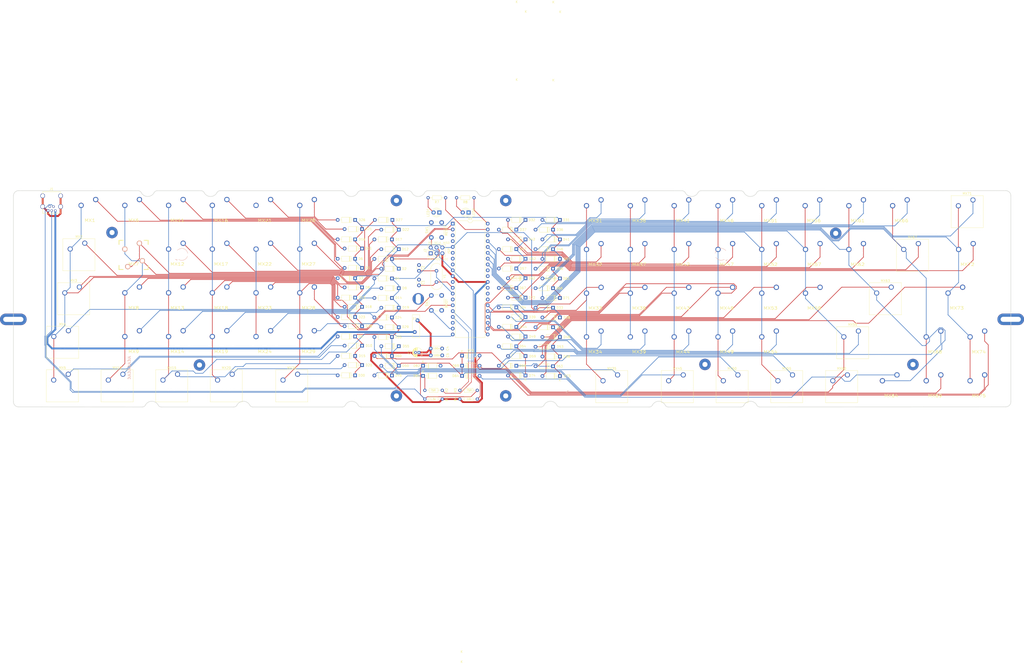
<source format=kicad_pcb>
(kicad_pcb (version 20221018) (generator pcbnew)
  (title_block (date "2022-03-19") (rev "1.7"))
  (layers (0 "F.Cu" signal) (31 "B.Cu" signal) (34 "B.Paste" user) (35 "F.Paste" user) (36 "B.SilkS" user "B.Silkscreen") (37 "F.SilkS" user "F.Silkscreen") (38 "B.Mask" user) (39 "F.Mask" user) (44 "Edge.Cuts" user))
  (net 0 "")
  (net 1 "+5V")
  (net 2 "GND")
  (net 3 "/ROW0")
  (net 4 "/ROW1")
  (net 5 "/ROW2")
  (net 6 "/ROW3")
  (net 7 "Net-(D73-A)")
  (net 8 "Net-(U2-XTAL2)")
  (net 9 "Net-(D30-A)")
  (net 10 "/USB_D+")
  (net 11 "/USB_D-")
  (net 12 "/COL3")
  (net 13 "/COL0")
  (net 14 "/COL1")
  (net 15 "/COL2")
  (net 16 "/COL4")
  (net 17 "/COL5")
  (net 18 "/COL6")
  (net 19 "/COL7")
  (net 20 "/COL8")
  (net 21 "Net-(D60-A)")
  (net 22 "Net-(U2-XTAL1)")
  (net 23 "Net-(D1-A)")
  (net 24 "Net-(D2-A)")
  (net 25 "Net-(D3-A)")
  (net 26 "Net-(D4-A)")
  (net 27 "Net-(D5-A)")
  (net 28 "Net-(D6-A)")
  (net 29 "Net-(D7-A)")
  (net 30 "Net-(D8-A)")
  (net 31 "Net-(D9-A)")
  (net 32 "Net-(D10-A)")
  (net 33 "Net-(D11-A)")
  (net 34 "Net-(D12-A)")
  (net 35 "Net-(D13-A)")
  (net 36 "Net-(D14-A)")
  (net 37 "Net-(D15-A)")
  (net 38 "Net-(D16-A)")
  (net 39 "Net-(D17-A)")
  (net 40 "Net-(D18-A)")
  (net 41 "Net-(D19-A)")
  (net 42 "Net-(D20-A)")
  (net 43 "Net-(D21-A)")
  (net 44 "Net-(D22-A)")
  (net 45 "Net-(D23-A)")
  (net 46 "Net-(D24-A)")
  (net 47 "Net-(D74-A)")
  (net 48 "Net-(D26-A)")
  (net 49 "Net-(D27-A)")
  (net 50 "Net-(D28-A)")
  (net 51 "Net-(D29-A)")
  (net 52 "Net-(D31-A)")
  (net 53 "Net-(D32-A)")
  (net 54 "Net-(D33-A)")
  (net 55 "Net-(D34-A)")
  (net 56 "Net-(D35-A)")
  (net 57 "Net-(D36-A)")
  (net 58 "Net-(D37-A)")
  (net 59 "Net-(D38-A)")
  (net 60 "Net-(D39-A)")
  (net 61 "Net-(D75-A)")
  (net 62 "Net-(D41-A)")
  (net 63 "Net-(D42-A)")
  (net 64 "Net-(D43-A)")
  (net 65 "Net-(D44-A)")
  (net 66 "Net-(D45-A)")
  (net 67 "Net-(D46-A)")
  (net 68 "Net-(D47-A)")
  (net 69 "Net-(D48-A)")
  (net 70 "Net-(D49-A)")
  (net 71 "Net-(D50-A)")
  (net 72 "Net-(D51-A)")
  (net 73 "Net-(D52-A)")
  (net 74 "Net-(D53-A)")
  (net 75 "Net-(D54-A)")
  (net 76 "Net-(D55-A)")
  (net 77 "Net-(D56-A)")
  (net 78 "Net-(D57-A)")
  (net 79 "Net-(D58-A)")
  (net 80 "/LED1")
  (net 81 "/LED2")
  (net 82 "Net-(D59-A)")
  (net 83 "/COL9")
  (net 84 "Net-(D63-A)")
  (net 85 "Net-(D64-A)")
  (net 86 "Net-(D66-A)")
  (net 87 "Net-(D67-A)")
  (net 88 "Net-(D68-A)")
  (net 89 "Net-(D69-A)")
  (net 90 "Net-(D71-A)")
  (net 91 "Net-(D72-A)")
  (net 92 "/COL12")
  (net 93 "/COL13")
  (net 94 "Net-(LED1-A)")
  (net 95 "Net-(LED2-A)")
  (net 96 "/COL10")
  (net 97 "/COL11")
  (net 98 "Net-(J2-Pin_2)")
  (net 99 "/COL14")
  (net 100 "/COL15")
  (net 106 "Net-(D61-A)")
  (net 107 "Net-(D62-A)")
  (net 108 "Net-(D81-K)")
  (net 109 "Net-(D82-K)")
  (net 113 "Net-(J1-VBUS)")
  (footprint "Capacitor_THT:C_Disc_D3.0mm_W1.6mm_P2.50mm" (layer "F.Cu") (at 138.43 96.52 90)
    (fp_text reference "C1")
    (fp_text value "22p")
  )
  (footprint "Capacitor_THT:C_Disc_D3.0mm_W1.6mm_P2.50mm" (layer "F.Cu") (at 138.43 90.17 90)
    (fp_text reference "C2")
    (fp_text value "22p")
  )
  (footprint "LED_THT:LED_D3.0mm" (layer "F.Cu") (at 160.02 64.77 180)
    (fp_text reference "LED2")
    (fp_text value "GREEN")
  )
  (footprint "Fuse:Fuse_Bourns_MF-RHT100" (layer "F.Cu") (at 136.56 116.85 90)
    (fp_text reference "F1")
    (fp_text value "100mA")
  )
  (footprint "Diode_THT:D_DO-35_SOD27_P7.62mm_Horizontal" (layer "F.Cu") (at 129.62 89.25 180)
    (fp_text reference "D2")
    (fp_text value "1N4148")
  )
  (footprint "Diode_THT:D_DO-35_SOD27_P7.62mm_Horizontal" (layer "F.Cu") (at 126.62 93.5 180)
    (fp_text reference "D4")
    (fp_text value "1N4148")
  )
  (footprint "Diode_THT:D_DO-35_SOD27_P7.62mm_Horizontal" (layer "F.Cu") (at 110.62 118.7825 180)
    (fp_text reference "D5")
    (fp_text value "1N4148")
  )
  (footprint "Diode_THT:D_DO-35_SOD27_P7.62mm_Horizontal" (layer "F.Cu") (at 110.62 84.9275 180)
    (fp_text reference "D6")
    (fp_text value "1N4148")
  )
  (footprint "Diode_THT:D_DO-35_SOD27_P7.62mm_Horizontal" (layer "F.Cu") (at 129.62 80.75 180)
    (fp_text reference "D12")
    (fp_text value "1N4148")
  )
  (footprint "Diode_THT:D_DO-35_SOD27_P7.62mm_Horizontal" (layer "F.Cu") (at 126.62 110.5 180)
    (fp_text reference "D24")
    (fp_text value "1N4148")
  )
  (footprint "Capacitor_THT:CP_Radial_D4.0mm_P1.50mm" (layer "F.Cu") (at 138.43 125.73 180)
    (fp_text reference "C3")
    (fp_text value "4.7u")
  )
  (footprint "Diode_THT:D_DO-35_SOD27_P7.62mm_Horizontal" (layer "F.Cu") (at 113.62 88.9275 180)
    (fp_text reference "D1")
    (fp_text value "1N4148")
  )
  (footprint "Button_Switch_THT:SW_PUSH_6mm" (layer "F.Cu") (at 143.8 107.39 90)
    (fp_text reference "SW2")
    (fp_text value "BOOT")
  )
  (footprint "lumberjack:MountingHole_M2" (layer "F.Cu") (at 128.587608 59.5313)
    (fp_text reference "H1" hide)
    (fp_text value "M2")
  )
  (footprint "lumberjack:MountingHole_M2" (layer "F.Cu") (at 176.212648 59.5313)
    (fp_text reference "H2" hide)
    (fp_text value "M2")
  )
  (footprint "lumberjack:MountingHole_M2" (layer "F.Cu") (at 128.587608 144.661059)
    (fp_text reference "H3" hide)
    (fp_text value "M2")
  )
  (footprint "lumberjack:MountingHole_M2" (layer "F.Cu") (at 176.212648 144.661059)
    (fp_text reference "H4" hide)
    (fp_text value "M2")
  )
  (footprint "lumberjack:MountingSlot_M2" (layer "F.Cu") (at -38.3 111.323531)
    (fp_text reference "H5" hide)
    (fp_text value "M2")
  )
  (footprint "lumberjack:MountingSlot_M2" (layer "F.Cu") (at 396.2 111.3)
    (fp_text reference "H6" hide)
    (fp_text value "M2")
  )
  (footprint "Diode_THT:D_DO-35_SOD27_P7.62mm_Horizontal" (layer "F.Cu") (at 180.81 123.058549 180)
    (fp_text reference "D54")
    (fp_text value "1N4148")
  )
  (footprint "LED_THT:LED_D3.0mm" (layer "F.Cu") (at 147.32 64.77 180)
    (fp_text reference "LED1")
    (fp_text value "RED")
  )
  (footprint "Diode_THT:D_DO-35_SOD27_P7.62mm_Horizontal" (layer "F.Cu") (at 110.62 110.31875 180)
    (fp_text reference "D23")
    (fp_text value "1N4148")
  )
  (footprint "Diode_THT:D_DO-35_SOD27_P7.62mm_Horizontal" (layer "F.Cu") (at 113.62 80.46375 180)
    (fp_text reference "D11")
    (fp_text value "1N4148")
  )
  (footprint "Diode_THT:D_DO-35_SOD27_P7.62mm_Horizontal" (layer "F.Cu") (at 113.62 114.31875 180)
    (fp_text reference "D28")
    (fp_text value "1N4148")
  )
  (footprint "Diode_THT:D_DO-35_SOD27_P7.62mm_Horizontal" (layer "F.Cu") (at 129.62 72.25 180)
    (fp_text reference "D22")
    (fp_text value "1N4148")
  )
  (footprint "Diode_THT:D_DO-35_SOD27_P7.62mm_Horizontal" (layer "F.Cu") (at 110.62 76.46375 180)
    (fp_text reference "D16")
    (fp_text value "1N4148")
  )
  (footprint "Diode_THT:D_DO-35_SOD27_P7.62mm_Horizontal" (layer "F.Cu") (at 113.62 122.7825 180)
    (fp_text reference "D10")
    (fp_text value "1N4148")
  )
  (footprint "Diode_THT:D_DO-35_SOD27_P7.62mm_Horizontal" (layer "F.Cu") (at 126.81 68 180)
    (fp_text reference "D27")
    (fp_text value "1N4148")
  )
  (footprint "Diode_THT:D_DO-35_SOD27_P7.62mm_Horizontal" (layer "F.Cu") (at 113.62 72 180)
    (fp_text reference "D21")
    (fp_text value "1N4148")
  )
  (footprint "Diode_THT:D_DO-35_SOD27_P7.62mm_Horizontal" (layer "F.Cu") (at 129.62 97.75 180)
    (fp_text reference "D9")
    (fp_text value "1N4148")
  )
  (footprint "Diode_THT:D_DO-35_SOD27_P7.62mm_Horizontal" (layer "F.Cu") (at 113.62 131.24625 180)
    (fp_text reference "D20")
    (fp_text value "1N4148")
  )
  (footprint "Diode_THT:D_DO-35_SOD27_P7.62mm_Horizontal" (layer "F.Cu") (at 126.62 102 180)
    (fp_text reference "D14")
    (fp_text value "1N4148")
  )
  (footprint "Diode_THT:D_DO-35_SOD27_P7.62mm_Horizontal" (layer "F.Cu") (at 113.62 97.39125 180)
    (fp_text reference "D8")
    (fp_text value "1N4148")
  )
  (footprint "Diode_THT:D_DO-35_SOD27_P7.62mm_Horizontal" (layer "F.Cu") (at 199.81 68 180)
    (fp_text reference "D31")
    (fp_text value "1N4148")
  )
  (footprint "Diode_THT:D_DO-35_SOD27_P7.62mm_Horizontal" (layer "F.Cu") (at 126.62 85 180)
    (fp_text reference "D7")
    (fp_text value "1N4148")
  )
  (footprint "Diode_THT:D_DO-35_SOD27_P7.62mm_Horizontal" (layer "F.Cu") (at 180.81 72.235273 180)
    (fp_text reference "D37")
    (fp_text value "1N4148")
  )
  (footprint "Diode_THT:D_DO-35_SOD27_P7.62mm_Horizontal" (layer "F.Cu") (at 129.62 106.25 180)
    (fp_text reference "D19")
    (fp_text value "1N4148")
  )
  (footprint "Diode_THT:D_DO-35_SOD27_P7.62mm_Horizontal" (layer "F.Cu") (at 199.81 119 180)
    (fp_text reference "D48")
    (fp_text value "1N4148")
  )
  (footprint "Button_Switch_THT:SW_PUSH_6mm" (layer "F.Cu") (at 143.8 75.64 90)
    (fp_text reference "SW1")
    (fp_text value "RESET")
  )
  (footprint "Capacitor_THT:C_Disc_D4.3mm_W1.9mm_P5.00mm" (layer "F.Cu") (at 143.51 124.023435)
    (fp_text reference "C4")
    (fp_text value "100n")
  )
  (footprint "Diode_THT:D_DO-35_SOD27_P7.62mm_Horizontal" (layer "F.Cu") (at 110.62 135.71 180)
    (fp_text reference "D30")
    (fp_text value "1N4148")
  )
  (footprint "Diode_THT:D_DO-35_SOD27_P7.62mm_Horizontal" (layer "F.Cu") (at 199.81 127.5 180)
    (fp_text reference "D58")
    (fp_text value "1N4148")
  )
  (footprint "Diode_THT:D_DO-35_SOD27_P7.62mm_Horizontal" (layer "F.Cu") (at 126.62 127.264375 180)
    (fp_text reference "D60")
    (fp_text value "1N4148")
  )
  (footprint "Diode_THT:D_DO-35_SOD27_P7.62mm_Horizontal" (layer "F.Cu") (at 196.81 89.25 180)
    (fp_text reference "D56")
    (fp_text value "1N4148")
  )
  (footprint "Diode_THT:D_DO-35_SOD27_P7.62mm_Horizontal" (layer "F.Cu") (at 129.62 123.014375 180)
    (fp_text reference "D55")
    (fp_text value "1N4148")
  )
  (footprint "Diode_THT:D_DO-35_SOD27_P7.62mm_Horizontal" (layer "F.Cu") (at 184.81 118.823276 180)
    (fp_text reference "D49")
    (fp_text value "1N4148")
  )
  (footprint "Diode_THT:D_DO-35_SOD27_P7.62mm_Horizontal" (layer "F.Cu") (at 184.81 68 180)
    (fp_text reference "D32")
    (fp_text value "1N4148")
  )
  (footprint "Diode_THT:D_DO-35_SOD27_P7.62mm_Horizontal" (layer "F.Cu") (at 180.81 89.176365 180)
    (fp_text reference "D57")
    (fp_text value "1N4148")
  )
  (footprint "Diode_THT:D_DO-35_SOD27_P7.62mm_Horizontal" (layer "F.Cu") (at 129.62 131.514375 180)
    (fp_text reference "D50")
    (fp_text value "1N4148")
  )
  (footprint "Diode_THT:D_DO-35_SOD27_P7.62mm_Horizontal" (layer "F.Cu") (at 199.81 85 180)
    (fp_text reference "D51")
    (fp_text value "1N4148")
  )
  (footprint "Diode_THT:D_DO-35_SOD27_P7.62mm_Horizontal" (layer "F.Cu") (at 126.62 135.764375 180)
    (fp_text reference "D45")
    (fp_text value "1N4148")
  )
  (footprint "Diode_THT:D_DO-35_SOD27_P7.62mm_Horizontal" (layer "F.Cu") (at 184.81 110.35273 180)
    (fp_text reference "D39")
    (fp_text value "1N4148")
  )
  (footprint "Diode_THT:D_DO-35_SOD27_P7.62mm_Horizontal" (layer "F.Cu") (at 196.81 106.25 180)
    (fp_text reference "D33")
    (fp_text value "1N4148")
  )
  (footprint "Diode_THT:D_DO-35_SOD27_P7.62mm_Horizontal" (layer "F.Cu") (at 199.81 110.5 180)
    (fp_text reference "D38")
    (fp_text value "1N4148")
  )
  (footprint "Diode_THT:D_DO-35_SOD27_P7.62mm_Horizontal" (layer "F.Cu") (at 184.81 84.941092 180)
    (fp_text reference "D52")
    (fp_text value "1N4148")
  )
  (footprint "Diode_THT:D_DO-35_SOD27_P7.62mm_Horizontal" (layer "F.Cu") (at 196.81 80.75 180)
    (fp_text reference "D46")
    (fp_text value "1N4148")
  )
  (footprint "Diode_THT:D_DO-35_SOD27_P7.62mm_Horizontal" (layer "F.Cu") (at 180.81 106.117457 180)
    (fp_text reference "D34")
    (fp_text value "1N4148")
  )
  (footprint "Diode_THT:D_DO-35_SOD27_P7.62mm_Horizontal" (layer "F.Cu") (at 180.81 114.588003 180)
    (fp_text reference "D44")
    (fp_text value "1N4148")
  )
  (footprint "Diode_THT:D_DO-35_SOD27_P7.62mm_Horizontal" (layer "F.Cu") (at 196.81 114.75 180)
    (fp_text reference "D43")
    (fp_text value "1N4148")
  )
  (footprint "Diode_THT:D_DO-35_SOD27_P7.62mm_Horizontal" (layer "F.Cu") (at 184.81 127.293822 180)
    (fp_text reference "D59")
    (fp_text value "1N4148")
  )
  (footprint "Diode_THT:D_DO-35_SOD27_P7.62mm_Horizontal" (layer "F.Cu") (at 199.81 76.5 180)
    (fp_text reference "D41")
    (fp_text value "1N4148")
  )
  (footprint "Diode_THT:D_DO-35_SOD27_P7.62mm_Horizontal" (layer "F.Cu") (at 126.62 119 180)
    (fp_text reference "D35")
    (fp_text value "1N4148")
  )
  (footprint "Diode_THT:D_DO-35_SOD27_P7.62mm_Horizontal" (layer "F.Cu") (at 180.81 80.705819 180)
    (fp_text reference "D47")
    (fp_text value "1N4148")
  )
  (footprint "Diode_THT:D_DO-35_SOD27_P7.62mm_Horizontal" (layer "F.Cu") (at 196.81 123.25 180)
    (fp_text reference "D53")
    (fp_text value "1N4148")
  )
  (footprint "Diode_THT:D_DO-35_SOD27_P7.62mm_Horizontal" (layer "F.Cu") (at 196.81 72.25 180)
    (fp_text reference "D36")
    (fp_text value "1N4148")
  )
  (footprint "Capacitor_THT:C_Disc_D4.3mm_W1.9mm_P5.00mm" (layer "F.Cu") (at 143.55 127)
    (fp_text reference "C5")
    (fp_text value "100n")
  )
  (footprint "Connector_PinHeader_2.54mm:PinHeader_2x03_P2.54mm_Vertical" (layer "F.Cu") (at 143.525 82.555 90)
    (fp_text reference "J2")
    (fp_text value "AVR_ISP_6")
  )
  (footprint "lumberjack:MountingSlot_M2" (layer "F.Cu") (at 138.112616 102.393836 90)
    (fp_text reference "H7" hide)
    (fp_text value "M2")
  )
  (footprint "Diode_THT:D_DO-35_SOD27_P7.62mm_Horizontal" (layer "F.Cu") (at 184.81 76.470546 180)
    (fp_text reference "D42")
    (fp_text value "1N4148")
  )
  (footprint "Diode_THT:D_DO-35_SOD27_P7.62mm_Horizontal" (layer "F.Cu") (at 129.62 114.75 180)
    (fp_text reference "D29")
    (fp_text value "1N4148")
  )
  (footprint "Diode_THT:D_DO-35_SOD27_P7.62mm_Horizontal" (layer "F.Cu") (at 110.62 127.24625 180)
    (fp_text reference "D15")
    (fp_text value "1N4148")
  )
  (footprint "Diode_THT:D_DO-35_SOD27_P7.62mm_Horizontal" (layer "F.Cu") (at 110.62 93.39125 180)
    (fp_text reference "D3")
    (fp_text value "1N4148")
  )
  (footprint "Diode_THT:D_DO-35_SOD27_P7.62mm_Horizontal" (layer "F.Cu") (at 110.62 68 180)
    (fp_text reference "D26")
    (fp_text value "1N4148")
  )
  (footprint "Resistor_THT:R_Axial_DIN0204_L3.6mm_D1.6mm_P7.62mm_Horizontal" (layer "F.Cu") (at 156.21 146.05)
    (fp_text reference "R4")
    (fp_text value "10k")
  )
  (footprint "Crystal:Crystal_HC49-4H_Vertical" (layer "F.Cu") (at 146.05 90.17 -90)
    (fp_text reference "Y1")
    (fp_text value "16MHz")
  )
  (footprint "Diode_THT:D_DO-35_SOD27_P7.62mm_Horizontal" (layer "F.Cu") (at 126.62 76.5 180)
    (fp_text reference "D17")
    (fp_text value "1N4148")
  )
  (footprint "Resistor_THT:R_Axial_DIN0204_L3.6mm_D1.6mm_P7.62mm_Horizontal" (layer "F.Cu") (at 140.97 146.05)
    (fp_text reference "R1")
    (fp_text value "1.5k")
  )
  (footprint "Resistor_THT:R_Axial_DIN0204_L3.6mm_D1.6mm_P7.62mm_Horizontal" (layer "F.Cu") (at 150.018876 58.340674 180)
    (fp_text reference "R7")
    (fp_text value "1.5k")
  )
  (footprint "Resistor_THT:R_Axial_DIN0204_L3.6mm_D1.6mm_P7.62mm_Horizontal" (layer "F.Cu") (at 162.40138 58.340674 180)
    (fp_text reference "R8")
    (fp_text value "1.5k")
  )
  (footprint "Resistor_THT:R_Axial_DIN0204_L3.6mm_D1.6mm_P7.62mm_Horizontal" (layer "F.Cu") (at 140.97 142.24)
    (fp_text reference "R2")
    (fp_text value "75R")
  )
  (footprint "Diode_THT:D_DO-35_SOD27_P7.62mm_Horizontal" (layer "F.Cu") (at 199.81 93.5 180)
    (fp_text reference "D61")
    (fp_text value "1N4148")
  )
  (footprint "Diode_THT:D_DO-35_SOD27_P7.62mm_Horizontal" (layer "F.Cu") (at 184.81 93.411638 180)
    (fp_text reference "D62")
    (fp_text value "1N4148")
  )
  (footprint "Resistor_THT:R_Axial_DIN0204_L3.6mm_D1.6mm_P7.62mm_Horizontal" (layer "F.Cu") (at 163.83 142.24 180)
    (fp_text reference "R3")
    (fp_text value "75R")
  )
  (footprint "Diode_THT:D_DO-35_SOD27_P7.62mm_Horizontal" (layer "F.Cu") (at 110.62 101.855 180)
    (fp_text reference "D13")
    (fp_text value "1N4148")
  )
  (footprint "Diode_THT:D_DO-35_SOD27_P7.62mm_Horizontal" (layer "F.Cu") (at 113.62 105.855 180)
    (fp_text reference "D18")
    (fp_text value "1N4148")
  )
  (footprint "Button_Switch_Keyboard:SW_Cherry_MX_1.50u_PCB" (layer "F.Cu") (at -7.16992 78.126196)
    (fp_text reference "MX2")
    (fp_text value "SW_Push")
  )
  (footprint "Button_Switch_Keyboard:SW_Cherry_MX_1.75u_PCB" (layer "F.Cu") (at -9.51992 97.226196)
    (fp_text reference "MX3")
    (fp_text value "SW_Push")
  )
  (footprint "Button_Switch_Keyboard:SW_Cherry_MX_2.25u_PCB" (layer "F.Cu") (at -14.30992 116.256196)
    (fp_text reference "MX4")
    (fp_text value "SW_Push")
  )
  (footprint "Button_Switch_Keyboard:SW_Cherry_MX_1.25u_PCB" (layer "F.Cu") (at -14.36 135.22)
    (fp_text reference "MX5")
    (fp_text value "SW_Push")
  )
  (footprint "lumberjack:MX" (layer "F.Cu") (at 14.099936 64.2)
    (fp_text reference "MX6")
    (fp_text value "SW_Push" hide)
  )
  (footprint "lumberjack:MX_NTHSTH" (layer "F.Cu") (at 14.099936 83.250016)
    (fp_text reference "MX7")
    (fp_text value "SW_Push" hide)
  )
  (footprint "lumberjack:MX" (layer "F.Cu") (at 14.099936 102.300032)
    (fp_text reference "MX8")
    (fp_text value "SW_Push" hide)
  )
  (footprint "lumberjack:MX" (layer "F.Cu") (at 14.099936 121.350048)
    (fp_text reference "MX9")
    (fp_text value "SW_Push" hide)
  )
  (footprint "Button_Switch_Keyboard:SW_Cherry_MX_1.25u_PCB" (layer "F.Cu") (at 9.44 135.22)
    (fp_text reference "MX10")
    (fp_text value "SW_Push")
  )
  (footprint "lumberjack:MX" (layer "F.Cu") (at 33.149952 64.2)
    (fp_text reference "MX11")
    (fp_text value "SW_Push" hide)
  )
  (footprint "lumberjack:MX" (layer "F.Cu") (at 33.149952 83.250016)
    (fp_text reference "MX12")
    (fp_text value "SW_Push" hide)
  )
  (footprint "Button_Switch_Keyboard:SW_Cherry_MX_1.25u_PCB" (layer "F.Cu") (at 33.24 135.226196)
    (fp_text reference "MX15")
    (fp_text value "SW_Push")
  )
  (footprint "lumberjack:MX" (layer "F.Cu") (at 52.199968 64.2)
    (fp_text reference "MX16")
    (fp_text value "SW_Push" hide)
  )
  (footprint "lumberjack:MX" (layer "F.Cu") (at 52.199968 83.250016)
    (fp_text reference "MX17")
    (fp_text value "SW_Push" hide)
  )
  (footprint "lumberjack:MX" (layer "F.Cu") (at 52.199968 102.300032)
    (fp_text reference "MX18")
    (fp_text value "SW_Push" hide)
  )
  (footprint "lumberjack:MX" (layer "F.Cu") (at 52.199968 121.350048)
    (fp_text reference "MX19")
    (fp_text value "SW_Push" hide)
  )
  (footprint "Button_Switch_Keyboard:SW_Cherry_MX_1.25u_PCB" (layer "F.Cu") (at 57.04 135.22)
    (fp_text reference "MX20")
    (fp_text value "SW_Push")
  )
  (footprint "lumberjack:MX" (layer "F.Cu") (at 71.249984 64.2)
    (fp_text reference "MX21")
    (fp_text value "SW_Push" hide)
  )
  (footprint "lumberjack:MX" (layer "F.Cu") (at 71.249984 83.250016)
    (fp_text reference "MX22")
    (fp_text value "SW_Push" hide)
  )
  (footprint "lumberjack:MX" (layer "F.Cu") (at 71.249984 102.300032)
    (fp_text reference "MX23")
    (fp_text value "SW_Push" hide)
  )
  (footprint "lumberjack:MX" (layer "F.Cu") (at 71.249984 121.350048)
    (fp_text reference "MX24")
    (fp_text value "SW_Push" hide)
  )
  (footprint "lumberjack:MX" (layer "F.Cu") (at 90.3 64.2)
    (fp_text reference "MX26")
    (fp_text value "SW_Push" hide)
  )
  (footprint "lumberjack:MX" (layer "F.Cu") (at 90.3 83.250016)
    (fp_text reference "MX27")
    (fp_text value "SW_Push" hide)
  )
  (footprint "lumberjack:MX" (layer "F.Cu") (at 90.3 102.300032)
    (fp_text reference "MX28")
    (fp_text value "SW_Push" hide)
  )
  (footprint "lumberjack:MX" (layer "F.Cu") (at 90.3 121.350048)
    (fp_text reference "MX29")
    (fp_text value "SW_Push" hide)
  )
  (footprint "Button_Switch_Keyboard:SW_Cherry_MX_1.75u_PCB" (layer "F.Cu") (at 85.54 135.22)
    (fp_text reference "MX30")
    (fp_text value "SW_Push")
  )
  (footprint "lumberjack:MX" (layer "F.Cu") (at 215.2 64.349952)
    (fp_text reference "MX31")
    (fp_text value "SW_Push" hide)
  )
  (footprint "lumberjack:MX" (layer "F.Cu") (at 215.2 83.399968)
    (fp_text reference "MX32")
    (fp_text value "SW_Push" hide)
  )
  (footprint "lumberjack:MX" (layer "F.Cu") (at 215.2 102.449984)
    (fp_text reference "MX33")
    (fp_text value "SW_Push" hide)
  )
  (footprint "lumberjack:MX" (layer "F.Cu") (at 215.2 121.5)
    (fp_text reference "MX34")
    (fp_text value "SW_Push" hide)
  )
  (footprint "Button_Switch_Keyboard:SW_Cherry_MX_1.75u_PCB" (layer "F.Cu") (at 224.94 135.52)
    (fp_text reference "MX35")
    (fp_text value "SW_Push")
  )
  (footprint "lumberjack:MX" (layer "F.Cu") (at 234.3 64.349952)
    (fp_text reference "MX36")
    (fp_text value "SW_Push" hide)
  )
  (footprint "lumberjack:MX" (layer "F.Cu") (at 234.3 83.399968)
    (fp_text reference "MX37")
    (fp_text value "SW_Push" hide)
  )
  (footprint "lumberjack:MX" (layer "F.Cu") (at 234.3 102.449984)
    (fp_text reference "MX38")
    (fp_text value "SW_Push" hide)
  )
  (footprint "lumberjack:MX" (layer "F.Cu") (at 234.3 121.5)
    (fp_text reference "MX39")
    (fp_text value "SW_Push" hide)
  )
  (footprint "lumberjack:MX" (layer "F.Cu") (at 253.400032 64.343756)
    (fp_text reference "MX41")
    (fp_text value "SW_Push" hide)
  )
  (footprint "lumberjack:MX" (layer "F.Cu") (at 253.400032 83.393772)
    (fp_text reference "MX42")
    (fp_text value "SW_Push" hide)
  )
  (footprint "lumberjack:MX" (layer "F.Cu") (at 253.400032 102.443788)
    (fp_text reference "MX43")
    (fp_text value "SW_Push" hide)
  )
  (footprint "lumberjack:MX" (layer "F.Cu") (at 253.400032 121.493804)
    (fp_text reference "MX44")
    (fp_text value "SW_Push" hide)
  )
  (footprint "Button_Switch_Keyboard:SW_Cherry_MX_1.25u_PCB" (layer "F.Cu") (at 253.54 135.52)
    (fp_text reference "MX45")
    (fp_text value "SW_Push")
  )
  (footprint "lumberjack:MX" (layer "F.Cu") (at 272.500032 64.343756)
    (fp_text reference "MX46")
    (fp_text value "SW_Push" hide)
  )
  (footprint "lumberjack:MX" (layer "F.Cu") (at 272.500032 83.393772)
    (fp_text reference "MX47")
    (fp_text value "SW_Push" hide)
  )
  (footprint "lumberjack:MX" (layer "F.Cu") (at 272.500032 102.443788)
    (fp_text reference "MX48")
    (fp_text value "SW_Push" hide)
  )
  (footprint "lumberjack:MX" (layer "F.Cu") (at 272.500032 121.493804)
    (fp_text reference "MX49")
    (fp_text value "SW_Push" hide)
  )
  (footprint "Button_Switch_Keyboard:SW_Cherry_MX_1.25u_PCB" (layer "F.Cu") (at 277.34 135.52)
    (fp_text reference "MX50")
    (fp_text value "SW_Push")
  )
  (footprint "lumberjack:MX" (layer "F.Cu") (at 291.550048 64.343756)
    (fp_text reference "MX51")
    (fp_text value "SW_Push" hide)
  )
  (footprint "lumberjack:MX" (layer "F.Cu") (at 291.550048 83.393772)
    (fp_text reference "MX52")
    (fp_text value "SW_Push" hide)
  )
  (footprint "lumberjack:MX" (layer "F.Cu") (at 291.550048 102.443788)
    (fp_text reference "MX53")
    (fp_text value "SW_Push" hide)
  )
  (footprint "lumberjack:MX" (layer "F.Cu") (at 291.550048 121.493804)
    (fp_text reference "MX54")
    (fp_text value "SW_Push" hide)
  )
  (footprint "Button_Switch_Keyboard:SW_Cherry_MX_1.25u_PCB" (layer "F.Cu") (at 301.14 135.52)
    (fp_text reference "MX55")
    (fp_text value "SW_Push")
  )
  (footprint "lumberjack:MX" (layer "F.Cu") (at 310.450048 64.343756)
    (fp_text reference "MX56")
    (fp_text value "SW_Push" hide)
  )
  (footprint "lumberjack:MX" (layer "F.Cu") (at 310.599808 83.393772)
    (fp_text reference "MX57")
    (fp_text value "SW_Push" hide)
  )
  (footprint "lumberjack:MX" (layer "F.Cu") (at 310.599808 102.443788)
    (fp_text reference "MX58")
    (fp_text value "SW_Push" hide)
  )
  (footprint "Button_Switch_Keyboard:SW_Cherry_MX_2.75u_PCB" (layer "F.Cu") (at 329.84 116.4)
    (fp_text reference "MX59")
    (fp_text value "SW_Push")
  )
  (footprint "Button_Switch_Keyboard:SW_Cherry_MX_1.25u_PCB" (layer "F.Cu") (at 325.04 135.52)
    (fp_text reference "MX60")
    (fp_text value "SW_Push")
  )
  (footprint "lumberjack:MX" (layer "F.Cu") (at 33.149952 102.300032)
    (fp_text reference "MX13")
    (fp_text value "SW_Push" hide)
  )
  (footprint "lumberjack:MX" (layer "F.Cu") (at 33.149952 121.350048)
    (fp_text reference "MX14")
    (fp_text value "SW_Push" hide)
  )
  (footprint "lumberjack:MountingHole_M2" (layer "F.Cu") (at 42.8 131.2)
    (fp_text reference "H9" hide)
    (fp_text value "M2")
  )
  (footprint "lumberjack:MountingHole_M2" (layer "F.Cu") (at 319.950048 73.849952)
    (fp_text reference "H10" hide)
    (fp_text value "M2")
  )
  (footprint "lumberjack:MountingHole_M2" (layer "F.Cu") (at 263 130.950048)
    (fp_text reference "H11" hide)
    (fp_text value "M2")
  )
  (footprint "lumberjack:MountingHole_M2" (layer "F.Cu") (at 4.7 73.5)
    (fp_text reference "H8" hide)
    (fp_text value "M2")
  )
  (footprint "lumberjack:MX" (layer "F.Cu") (at -4.950128 64.199946)
    (fp_text reference "MX1")
    (fp_text value "SW_Push" hide)
  )
  (footprint "lumberjack:MX" (layer "F.Cu") (at 382.3 121.5)
    (fp_text reference "MX74")
    (fp_text value "SW_Push" hide)
  )
  (footprint "Button_Switch_Keyboard:SW_Cherry_MX_2.00u_PCB" (layer "F.Cu") (at 379.74 59.3)
    (fp_text reference "MX71")
    (fp_text value "SW_Push")
  )
  (footprint "Package_DIP:DIP-40_W15.24mm" (layer "F.Cu") (at 153.125 69.625)
    (fp_text reference "U2")
    (fp_text value "ATmega32A-P")
  )
  (footprint "Diode_THT:D_DO-35_SOD27_P7.62mm_Horizontal" (layer "F.Cu") (at 199.81 102 180)
    (fp_text reference "D71")
    (fp_text value "1N4148")
  )
  (footprint "lumberjack:MX" (layer "F.Cu") (at 348.550048 64.343756)
    (fp_text reference "MX66")
    (fp_text value "SW_Push" hide)
  )
  (footprint "Diode_THT:D_DO-35_SOD27_P7.62mm_Horizontal" (layer "F.Cu") (at 157.19 127.104375)
    (fp_text reference "D75")
    (fp_text value "1N4148")
  )
  (footprint "lumberjack:MX" (layer "F.Cu") (at 382.3 140.6)
    (fp_text reference "MX75")
    (fp_text value "SW_Push" hide)
  )
  (footprint "Diode_THT:D_DO-35_SOD27_P7.62mm_Horizontal" (layer "F.Cu") (at 180.81 131.529095 180)
    (fp_text reference "D68")
    (fp_text value "1N4148")
  )
  (footprint "lumberjack:USB_Mini-B" (layer "F.Cu") (at -23.19 63.952)
    (fp_text reference "J1")
    (fp_text value "USB_B_Mini")
  )
  (footprint "Diode_THT:D_DO-35_SOD27_P7.62mm_Horizontal" (layer "F.Cu") (at 180.81 97.646911 180)
    (fp_text reference "D67")
    (fp_text value "1N4148")
  )
  (footprint "lumberjack:MountingHole_M2" (layer "F.Cu") (at 353.6 131)
    (fp_text reference "H12" hide)
    (fp_text value "M2")
  )
  (footprint "Button_Switch_Keyboard:SW_Cherry_MX_1.50u_PCB" (layer "F.Cu") (at 355.94 78.32)
    (fp_text reference "MX67")
    (fp_text value "SW_Push")
  )
  (footprint "Diode_THT:D_DO-35_SOD27_P7.62mm_Horizontal" (layer "F.Cu") (at 157.19 135.924375)
    (fp_text reference "D64")
    (fp_text value "1N4148")
  )
  (footprint "lumberjack:MX" (layer "F.Cu") (at 363.2 140.6)
    (fp_text reference "MX69")
    (fp_text value "SW_Push" hide)
  )
  (footprint "Diode_THT:D_DO-35_SOD27_P7.62mm_Horizontal" (layer "F.Cu") (at 199.81 136 180)
    (fp_text reference "D73")
    (fp_text value "1N4148")
  )
  (footprint "lumberjack:MX" (layer "F.Cu") (at 329.500048 64.343756)
    (fp_text reference "MX61")
    (fp_text value "SW_Push" hide)
  )
  (footprint "Diode_THT:D_DO-35_SOD27_P7.62mm_Horizontal" (layer "F.Cu") (at 140.19 131.514375)
    (fp_text reference "D82")
    (fp_text value "3.6V")
  )
  (footprint "lumberjack:MX" (layer "F.Cu") (at 329.500048 83.393772)
    (fp_text reference "MX62")
    (fp_text value "SW_Push" hide)
  )
  (footprint "Diode_THT:D_DO-35_SOD27_P7.62mm_Horizontal" (layer "F.Cu") (at 157.19 131.514375)
    (fp_text reference "D69")
    (fp_text value "1N4148")
  )
  (footprint "Diode_THT:D_DO-35_SOD27_P7.62mm_Horizontal" (layer "F.Cu") (at 196.81 131.75 180)
    (fp_text reference "D63")
    (fp_text value "1N4148")
  )
  (footprint "Diode_THT:D_DO-35_SOD27_P7.62mm_Horizontal" (layer "F.Cu") (at 196.81 97.75 180)
    (fp_text reference "D66")
    (fp_text value "1N4148")
  )
  (footprint "Button_Switch_Keyboard:SW_Cherry_MX_2.25u_PCB" (layer "F.Cu") (at 344.14 97.3)
    (fp_text reference "MX63")
    (fp_text value "SW_Push")
  )
  (footprint "lumberjack:MX" (layer "F.Cu") (at 344.1 140.6)
    (fp_text reference "MX64")
    (fp_text value "SW_Push" hide)
  )
  (footprint "lumberjack:MX" (layer "F.Cu") (at 377.3 83.4)
    (fp_text reference "MX72")
    (fp_text value "SW_Push" hide)
  )
  (footprint "Diode_THT:D_DO-35_SOD27_P7.62mm_Horizontal" (layer "F.Cu") (at 184.81 135.764375 180)
    (fp_text reference "D74")
    (fp_text value "1N4148")
  )
  (footprint "Diode_THT:D_DO-35_SOD27_P7.62mm_Horizontal" (layer "F.Cu") (at 184.81 101.882184 180)
    (fp_text reference "D72")
    (fp_text value "1N4148")
  )
  (footprint "Diode_THT:D_DO-35_SOD27_P7.62mm_Horizontal" (layer "F.Cu") (at 140.19 135.924375)
    (fp_text reference "D81")
    (fp_text value "3.6V")
  )
  (footprint "lumberjack:MX" (layer "F.Cu") (at 372.7 102.4)
    (fp_text reference "MX73")
    (fp_text value "SW_Push" hide)
  )
  (footprint "lumberjack:MX" (layer "F.Cu") (at 363.2 121.5)
    (fp_text reference "MX68")
    (fp_text value "SW_Push" hide)
  )
  (gr_circle (center 35.112119 83.003402) (end 37.493371 81.957223) (stroke (width 0.15)) (fill none) (layer "B.SilkS"))
  (gr_circle (center 270.006556 82.975932) (end 268.960377 80.59468) (stroke (width 0.15)) (fill none) (layer "B.SilkS"))
  (gr_line (start 191.55379 149.5) (end 113.246211 149.5) (stroke (width 0.2)) (layer "Edge.Cuts"))
  (gr_line (start 396.258992 147.190993) (end 396.258992 57.490993) (stroke (width 0.2)) (layer "Edge.Cuts"))
  (gr_line (start 278.650337 55.29375) (end 261.298106 55.29375) (stroke (width 0.2)) (layer "Edge.Cuts"))
  (gr_line (start 278.650337 149.49375) (end 247.010606 149.49375) (stroke (width 0.2)) (layer "Edge.Cuts"))
  (gr_arc (start 162.564394 55.29375) (mid 163.342108 55.511111) (end 163.894429 56.100201) (stroke (width 0.2)) (layer "Edge.Cuts"))
  (gr_line (start 162.564394 55.29375) (end 142.235606 55.29375) (stroke (width 0.2)) (layer "Edge.Cuts"))
  (gr_arc (start 133.989394 55.29375) (mid 134.767108 55.511111) (end 135.319429 56.100201) (stroke (width 0.2)) (layer "Edge.Cuts"))
  (gr_line (start 57.789395 149.49375) (end 26.149663 149.49375) (stroke (width 0.2)) (layer "Edge.Cuts"))
  (gr_arc (start 140.905571 56.100202) (mid 138.1125 57.79375) (end 135.319429 56.100201) (stroke (width 0.2)) (layer "Edge.Cuts"))
  (gr_arc (start -38.250001 57.499999) (mid -37.590991 55.909009) (end -36.000001 55.249999) (stroke (width 0.2)) (layer "Edge.Cuts"))
  (gr_line (start 104.8 55.3) (end 51.748105 55.29375) (stroke (width 0.2)) (layer "Edge.Cuts"))
  (gr_arc (start 140.905572 56.100202) (mid 141.457892 55.511112) (end 142.235606 55.29375) (stroke (width 0.2)) (layer "Edge.Cuts"))
  (gr_line (start 253.051895 55.29375) (end 200 55.3) (stroke (width 0.2)) (layer "Edge.Cuts"))
  (gr_arc (start 169.480571 56.100202) (mid 166.6875 57.79375) (end 163.894429 56.100201) (stroke (width 0.2)) (layer "Edge.Cuts"))
  (gr_arc (start 259.968071 56.100202) (mid 257.175 57.79375) (end 254.381929 56.100201) (stroke (width 0.2)) (layer "Edge.Cuts"))
  (gr_arc (start 253.051894 55.29375) (mid 253.829608 55.511111) (end 254.381929 56.100201) (stroke (width 0.2)) (layer "Edge.Cuts"))
  (gr_arc (start 169.480572 56.100202) (mid 170.032892 55.511112) (end 170.810606 55.29375) (stroke (width 0.2)) (layer "Edge.Cuts"))
  (gr_line (start -38.250001 147.199999) (end -38.250001 57.499999) (stroke (width 0.2)) (layer "Edge.Cuts"))
  (gr_arc (start 394.008992 55.240993) (mid 395.599965 55.900006) (end 396.258992 57.490993) (stroke (width 0.2)) (layer "Edge.Cuts"))
  (gr_arc (start 66.035606 149.49375) (mid 65.257892 149.276388) (end 64.705572 148.687298) (stroke (width 0.2)) (layer "Edge.Cuts"))
  (gr_arc (start 240.094429 148.687298) (mid 239.542109 149.276388) (end 238.764395 149.49375) (stroke (width 0.2)) (layer "Edge.Cuts"))
  (gr_arc (start 247.010606 149.49375) (mid 246.232892 149.276388) (end 245.680572 148.687298) (stroke (width 0.2)) (layer "Edge.Cuts"))
  (gr_arc (start 240.094428 148.687298) (mid 242.8875 146.993749) (end 245.680572 148.687298) (stroke (width 0.2)) (layer "Edge.Cuts"))
  (gr_arc (start 396.258992 147.190993) (mid 395.599971 148.781986) (end 394.008992 149.440993) (stroke (width 0.2)) (layer "Edge.Cuts"))
  (gr_arc (start 259.968072 56.100202) (mid 260.520392 55.511112) (end 261.298106 55.29375) (stroke (width 0.2)) (layer "Edge.Cuts"))
  (gr_arc (start 59.119429 148.687298) (mid 58.567109 149.276388) (end 57.789395 149.49375) (stroke (width 0.2)) (layer "Edge.Cuts"))
  (gr_arc (start 59.119428 148.687298) (mid 61.9125 146.993749) (end 64.705572 148.687298) (stroke (width 0.2)) (layer "Edge.Cuts"))
  (gr_arc (start -36.000001 149.449999) (mid -37.590991 148.790989) (end -38.250001 147.199999) (stroke (width 0.2)) (layer "Edge.Cuts"))
  (gr_line (start 43.501894 55.29375) (end 24.363724 55.29375) (stroke (width 0.2)) (layer "Edge.Cuts"))
  (gr_arc (start 50.418071 56.100202) (mid 50.970391 55.511112) (end 51.748105 55.29375) (stroke (width 0.2)) (layer "Edge.Cuts"))
  (gr_arc (start 50.41807 56.100202) (mid 47.624999 57.79375) (end 44.831928 56.100201) (stroke (width 0.2)) (layer "Edge.Cuts"))
  (gr_arc (start 43.501893 55.29375) (mid 44.279607 55.511111) (end 44.831928 56.100201) (stroke (width 0.2)) (layer "Edge.Cuts"))
  (gr_arc (start 26.149663 149.49375) (mid 25.371949 149.276388) (end 24.819629 148.687298) (stroke (width 0.2)) (layer "Edge.Cuts"))
  (gr_line (start 17.903451 149.49375) (end -36.000001 149.449999) (stroke (width 0.2)) (layer "Edge.Cuts"))
  (gr_arc (start 19.233486 148.687299) (mid 22.026557 146.993751) (end 24.819628 148.687298) (stroke (width 0.2)) (layer "Edge.Cuts"))
  (gr_arc (start 19.233486 148.687299) (mid 18.681165 149.276389) (end 17.903451 149.49375) (stroke (width 0.2)) (layer "Edge.Cuts"))
  (gr_arc (start 104.8 55.3) (mid 105.577714 55.517361) (end 106.130035 56.106451) (stroke (width 0.2)) (layer "Edge.Cuts"))
  (gr_arc (start 111.716177 56.106452) (mid 108.923106 57.8) (end 106.130035 56.106451) (stroke (width 0.2)) (layer "Edge.Cuts"))
  (gr_arc (start 111.716178 56.106452) (mid 112.268498 55.517362) (end 113.046212 55.3) (stroke (width 0.2)) (layer "Edge.Cuts"))
  (gr_line (start 133.989394 55.29375) (end 113.046212 55.3) (stroke (width 0.2)) (layer "Edge.Cuts"))
  (gr_arc (start 198.669965 56.106451) (mid 199.222286 55.517361) (end 200 55.3) (stroke (width 0.2)) (layer "Edge.Cuts"))
  (gr_arc (start 198.669965 56.106451) (mid 195.876894 57.799999) (end 193.083823 56.106452) (stroke (width 0.2)) (layer "Edge.Cuts"))
  (gr_arc (start 191.753788 55.3) (mid 192.531502 55.517362) (end 193.083822 56.106452) (stroke (width 0.2)) (layer "Edge.Cuts"))
  (gr_line (start 170.810606 55.29375) (end 191.753788 55.3) (stroke (width 0.2)) (layer "Edge.Cuts"))
  (gr_arc (start 106.330034 148.693548) (mid 105.777714 149.282638) (end 105 149.5) (stroke (width 0.2)) (layer "Edge.Cuts"))
  (gr_arc (start 113.246211 149.5) (mid 112.468497 149.282638) (end 111.916177 148.693548) (stroke (width 0.2)) (layer "Edge.Cuts"))
  (gr_arc (start 106.330033 148.693548) (mid 109.123105 146.999999) (end 111.916177 148.693548) (stroke (width 0.2)) (layer "Edge.Cuts"))
  (gr_line (start 105 149.5) (end 66.035606 149.49375) (stroke (width 0.2)) (layer "Edge.Cuts"))
  (gr_line (start 199.800001 149.5) (end 238.764395 149.49375) (stroke (width 0.2)) (layer "Edge.Cuts"))
  (gr_arc (start 199.800001 149.5) (mid 199.022287 149.282638) (end 198.469967 148.693548) (stroke (width 0.2)) (layer "Edge.Cuts"))
  (gr_arc (start 192.883824 148.693548) (mid 192.331504 149.282638) (end 191.55379 149.5) (stroke (width 0.2)) (layer "Edge.Cuts"))
  (gr_arc (start 192.883824 148.693548) (mid 195.676896 146.999999) (end 198.469968 148.693548) (stroke (width 0.2)) (layer "Edge.Cuts"))
  (gr_arc (start 16.117512 55.29375) (mid 16.895226 55.511111) (end 17.447547 56.100201) (stroke (width 0.2)) (layer "Edge.Cuts"))
  (gr_arc (start 23.03369 56.100202) (mid 23.58601 55.511112) (end 24.363724 55.29375) (stroke (width 0.2)) (layer "Edge.Cuts"))
  (gr_arc (start 23.033689 56.100202) (mid 20.240618 57.79375) (end 17.447547 56.100201) (stroke (width 0.2)) (layer "Edge.Cuts"))
  (gr_arc (start 285.566514 56.100201) (mid 282.773443 57.793749) (end 279.980372 56.100202) (stroke (width 0.2)) (layer "Edge.Cuts"))
  (gr_arc (start 278.650337 55.29375) (mid 279.428051 55.511112) (end 279.980371 56.100202) (stroke (width 0.2)) (layer "Edge.Cuts"))
  (gr_line (start 286.896549 55.29375) (end 394.008992 55.240993) (stroke (width 0.2)) (layer "Edge.Cuts"))
  (gr_arc (start 285.566514 56.100201) (mid 286.118835 55.511111) (end 286.896549 55.29375) (stroke (width 0.2)) (layer "Edge.Cuts"))
  (gr_arc (start 286.896549 149.49375) (mid 286.118835 149.276389) (end 285.566514 148.687299) (stroke (width 0.2)) (layer "Edge.Cuts"))
  (gr_line (start 286.896549 149.49375) (end 394.008992 149.440993) (stroke (width 0.2)) (layer "Edge.Cuts"))
  (gr_arc (start 279.980371 148.687298) (mid 279.428051 149.276388) (end 278.650337 149.49375) (stroke (width 0.2)) (layer "Edge.Cuts"))
  (gr_arc (start 279.980372 148.687298) (mid 282.773443 146.99375) (end 285.566514 148.687299) (stroke (width 0.2)) (layer "Edge.Cuts"))
  (gr_line (start 16.117512 55.29375) (end -36.000001 55.249999) (stroke (width 0.2)) (layer "Edge.Cuts"))
  (gr_text "POST" (at 32.512 85.09 315) (layer "B.SilkS") (effects (font (size 0.4 0.4) (thickness 0.1)) (justify mirror)))
  (gr_text "POST" (at 272.607488 85.357184 45) (layer "B.SilkS") (effects (font (size 0.4 0.4) (thickness 0.1)) (justify mirror)))
  (gr_text "POST" (at 203.001733 142.87512 45) (layer "B.SilkS") (effects (font (size 0.4 0.4) (thickness 0.1)) (justify mirror)))
  (gr_text "JLCJLCJLCJLC" (at 12.192 132.334 90) (layer "B.SilkS") (effects (font (size 1 1) (thickness 0.2)) (justify mirror)))
  (gr_text "GND" (at 144.661059 85.129759) (layer "F.SilkS") (effects (font (size 0.8 0.8) (thickness 0.1)) (justify right)))
  (gr_text "VCC" (at 148.82825 85.129759) (layer "F.SilkS") (effects (font (size 0.8 0.8) (thickness 0.1)) (justify left)))
  (gr_text "MOSI" (at 146.605746 85.129759) (layer "F.SilkS") (effects (font (size 0.8 0.8) (thickness 0.1))))
  (gr_text "SCLK" (at 146.605746 77.986003) (layer "F.SilkS") (effects (font (size 0.8 0.8) (thickness 0.1))))
  (gr_text "MISO" (at 148.82825 77.986003) (layer "F.SilkS") (effects (font (size 0.8 0.8) (thickness 0.1)) (justify left)))
  (gr_text "ISP" (at 151.537087 81.570333 90) (layer "F.SilkS") (effects (font (size 1 1))))
  (gr_text "RST" (at 144.661059 77.986003) (layer "F.SilkS") (effects (font (size 0.8 0.8) (thickness 0.1)) (justify right)))
  (segment (start 143.51 124.023435) (end 143.51 126.96) (width 0.8) (layer "F.Cu") (net 1))
  (segment (start 157.51 147.35) (end 164.368478 147.35) (width 0.8) (layer "F.Cu") (net 1))
  (segment (start 165.862 138.956274) (end 162.96 136.054274) (width 0.8) (layer "F.Cu") (net 1))
  (segment (start 153.125 92.485) (end 148.605 87.965) (width 0.8) (layer "F.Cu") (net 1))
  (segment (start 138.43 125.73) (end 141.803435 125.73) (width 0.8) (layer "F.Cu") (net 1))
  (segment (start 118.356625 125.864375) (end 135.262375 125.864375) (width 0.8) (layer "F.Cu") (net 1))
  (segment (start 143.51 126.96) (end 143.55 127) (width 0.8) (layer "F.Cu") (net 1))
  (segment (start 141.803435 125.73) (end 143.51 124.023435) (width 0.8) (layer "F.Cu") (net 1))
  (segment (start 147.29 147.35) (end 135.666 147.35) (width 0.8) (layer "F.Cu") (net 1))
  (segment (start 136.398 127) (end 143.55 127) (width 0.8) (layer "F.Cu") (net 1))
  (segment (start 135.666 147.35) (end 117.6 129.284) (width 0.8) (layer "F.Cu") (net 1))
  (segment (start 162.96 136.054274) (end 162.96 127.527) (width 0.8) (layer "F.Cu") (net 1))
  (segment (start 155.665 95.025) (end 153.125 92.485) (width 0.8) (layer "F.Cu") (net 1))
  (segment (start 117.6 129.284) (end 117.6 126.621) (width 0.8) (layer "F.Cu") (net 1))
  (segment (start 148.59 146.05) (end 147.29 147.35) (width 0.8) (layer "F.Cu") (net 1))
  (segment (start 143.51 117.5) (end 143.51 124.023435) (width 0.8) (layer "F.Cu") (net 1))
  (segment (start 168.365 95.025) (end 155.665 95.025) (width 0.8) (layer "F.Cu") (net 1))
  (segment (start 148.59 146.05) (end 156.21 146.05) (width 0.8) (layer "F.Cu") (net 1))
  (segment (start 135.262375 125.864375) (end 136.398 127) (width 0.8) (layer "F.Cu") (net 1))
  (segment (start 162.96 127.527) (end 162.941 127.508) (width 0.8) (layer "F.Cu") (net 1))
  (segment (start 117.6 126.621) (end 118.356625 125.864375) (width 0.8) (layer "F.Cu") (net 1))
  (segment (start 165.862 145.856478) (end 165.862 138.956274) (width 0.8) (layer "F.Cu") (net 1))
  (segment (start 156.21 146.05) (end 157.51 147.35) (width 0.8) (layer "F.Cu") (net 1))
  (segment (start 148.605 87.965) (end 148.605 82.555) (width 0.8) (layer "F.Cu") (net 1))
  (segment (start 164.368478 147.35) (end 165.862 145.856478) (width 0.8) (layer "F.Cu") (net 1))
  (segment (start 137.76 111.75) (end 143.51 117.5) (width 0.8) (layer "F.Cu") (net 1))
  (via (at 162.941 127.508) (size 0.6) (drill 0.4) (layers "F.Cu" "B.Cu") (net 1))
  (segment (start 162.941 100.449) (end 168.365 95.025) (width 0.8) (layer "B.Cu") (net 1))
  (segment (start 162.941 127.508) (end 162.941 100.449) (width 0.8) (layer "B.Cu") (net 1))
  (segment (start -17.69 65.188) (end -17.69 62.202) (width 0.8) (layer "F.Cu") (net 2))
  (segment (start -25.49 57.502) (end -25.49 62.202) (width 0.8) (layer "F.Cu") (net 2))
  (segment (start -23.74 63.952) (end -25.49 62.202) (width 0.8) (layer "F.Cu") (net 2))
  (segment (start -22.198 66.294) (end -18.796 66.294) (width 0.8) (layer "F.Cu") (net 2))
  (segment (start -23.19 65.302) (end -22.198 66.294) (width 0.8) (layer "F.Cu") (net 2))
  (segment (start -18.796 66.294) (end -17.69 65.188) (width 0.8) (layer "F.Cu") (net 2))
  (segment (start -17.69 57.502) (end -17.69 62.202) (width 0.8) (layer "F.Cu") (net 2))
  (segment (start -23.19 63.952) (end -23.19 65.302) (width 0.8) (layer "F.Cu") (net 2))
  (segment (start -23.19 63.952) (end -23.74 63.952) (width 0.8) (layer "F.Cu") (net 2))
  (segment (start 196.81 71) (end 199.81 68) (width 0.25) (layer "F.Cu") (net 3))
  (segment (start 196.81 90.5) (end 199.81 93.5) (width 0.25) (layer "F.Cu") (net 3))
  (segment (start 196.81 96.5) (end 199.81 93.5) (width 0.25) (layer "F.Cu") (net 3))
  (segment (start 110.62 77.46375) (end 113.62 80.46375) (width 0.25) (layer "F.Cu") (net 3))
  (segment (start 113.62 71) (end 113.62 72) (width 0.25) (layer "F.Cu") (net 3))
  (segment (start 196.81 89.25) (end 196.81 90.5) (width 0.25) (layer "F.Cu") (net 3))
  (segment (start 110.62 68) (end 113.62 71) (width 0.25) (layer "F.Cu") (net 3))
  (segment (start 199.81 100.75) (end 196.81 97.75) (width 0.25) (layer "F.Cu") (net 3))
  (segment (start 110.62 76.46375) (end 110.62 77.46375) (width 0.25) (layer "F.Cu") (net 3))
  (segment (start 110.62 84.9275) (end 110.62 83.46375) (width 0.25) (layer "F.Cu") (net 3))
  (segment (start 196.81 73.5) (end 199.81 76.5) (width 0.25) (layer "F.Cu") (net 3))
  (segment (start 113.62 72) (end 113.62 73.46375) (width 0.25) (layer "F.Cu") (net 3))
  (segment (start 196.81 97.75) (end 196.81 96.5) (width 0.25) (layer "F.Cu") (net 3))
  (segment (start 199.81 77.75) (end 196.81 80.75) (width 0.25) (layer "F.Cu") (net 3))
  (segment (start 110.62 83.46375) (end 113.62 80.46375) (width 0.25) (layer "F.Cu") (net 3))
  (segment (start 199.81 102) (end 199.81 100.75) (width 0.25) (layer "F.Cu") (net 3))
  (segment (start 196.81 72.25) (end 196.81 73.5) (width 0.25) (layer "F.Cu") (net 3))
  (segment (start 199.81 76.5) (end 199.81 77.75) (width 0.25) (layer "F.Cu") (net 3))
  (segment (start 196.81 72.25) (end 196.81 71) (width 0.25) (layer "F.Cu") (net 3))
  (segment (start 113.62 73.46375) (end 110.62 76.46375) (width 0.25) (layer "F.Cu") (net 3))
  (segment (start 199.81 85) (end 199.81 86.25) (width 0.25) (layer "B.Cu") (net 3))
  (segment (start 113.085 70.465) (end 150.035 70.465) (width 0.25) (layer "B.Cu") (net 3))
  (segment (start 199.81 86.25) (end 196.81 89.25) (width 0.25) (layer "B.Cu") (net 3))
  (segment (start 150.035 70.465) (end 153.625 66.875) (width 0.25) (layer "B.Cu") (net 3))
  (segment (start 198.685 66.875) (end 199.81 68) (width 0.25) (layer "B.Cu") (net 3))
  (segment (start 113.62 88.9275) (end 110.62 85.9275) (width 0.25) (layer "B.Cu") (net 3))
  (segment (start 181.935 104.992457) (end 172.724009 104.992457) (width 0.25) (layer "B.Cu") (net 3))
  (segment (start 184.317543 107.375) (end 181.935 104.992457) (width 0.25) (layer "B.Cu") (net 3))
  (segment (start 192.575 107.375) (end 184.317543 107.375) (width 0.25) (layer "B.Cu") (net 3))
  (segment (start 172.724009 104.992457) (end 169.49 108.226466) (width 0.25) (layer "B.Cu") (net 3))
  (segment (start 199.81 85) (end 199.81 83.75) (width 0.25) (layer "B.Cu") (net 3))
  (segment (start 153.625 66.875) (end 198.685 66.875) (width 0.25) (layer "B.Cu") (net 3))
  (segment (start 197.95 102) (end 192.575 107.375) (width 0.25) (layer "B.Cu") (net 3))
  (segment (start 169.49 114.22) (end 168.365 115.345) (width 0.25) (layer "B.Cu") (net 3))
  (segment (start 199.81 83.75) (end 196.81 80.75) (width 0.25) (layer "B.Cu") (net 3))
  (segment (start 110.62 85.9275) (end 110.62 84.9275) (width 0.25) (layer "B.Cu") (net 3))
  (segment (start 110.62 68) (end 113.085 70.465) (width 0.25) (layer "B.Cu") (net 3))
  (segment (start 199.81 102) (end 197.95 102) (width 0.25) (layer "B.Cu") (net 3))
  (segment (start 169.49 108.226466) (end 169.49 114.22) (width 0.25) (layer "B.Cu") (net 3))
  (segment (start 175.72408 97.646911) (end 169.310991 104.06) (width 0.25) (layer "F.Cu") (net 4))
  (segment (start 126.81 69.44) (end 129.62 72.25) (width 0.25) (layer "F.Cu") (net 4))
  (segment (start 126.62 76.5) (end 126.62 75.25) (width 0.25) (layer "F.Cu") (net 4))
  (segment (start 180.81 97.646911) (end 175.72408 97.646911) (width 0.25) (layer "F.Cu") (net 4))
  (segment (start 147.24 83.041701) (end 145.281701 85) (width 0.25) (layer "F.Cu") (net 4))
  (segment (start 184.81 68) (end 180.81 72) (width 0.25) (layer "F.Cu") (net 4))
  (segment (start 167.899009 104.06) (end 167.24 104.719009) (width 0.25) (layer "F.Cu") (net 4))
  (segment (start 169.310991 104.06) (end 167.899009 104.06) (width 0.25) (layer "F.Cu") (net 4))
  (segment (start 145.281701 85) (end 126.62 85) (width 0.25) (layer "F.Cu") (net 4))
  (segment (start 167.24 116.76) (end 168.365 117.885) (width 0.25) (layer "F.Cu") (net 4))
  (segment (start 146.065 80.015) (end 147.24 81.19) (width 0.25) (layer "F.Cu") (net 4))
  (segment (start 167.24 104.719009) (end 167.24 116.76) (width 0.25) (layer "F.Cu") (net 4))
  (segment (start 147.24 81.19) (end 147.24 83.041701) (width 0.25) (layer "F.Cu") (net 4))
  (segment (start 126.81 68) (end 126.81 69.44) (width 0.25) (layer "F.Cu") (net 4))
  (segment (start 126.62 77.75) (end 129.62 80.75) (width 0.25) (layer "F.Cu") (net 4))
  (segment (start 126.62 76.5) (end 126.62 77.75) (width 0.25) (layer "F.Cu") (net 4))
  (segment (start 126.62 75.25) (end 129.62 72.25) (width 0.25) (layer "F.Cu") (net 4))
  (segment (start 126.62 85) (end 126.62 83.75) (width 0.25) (layer "B.Cu") (net 4))
  (segment (start 126.62 86.25) (end 129.62 89.25) (width 0.25) (layer "B.Cu") (net 4))
  (segment (start 180.81 80.941092) (end 184.81 84.941092) (width 0.25) (layer "B.Cu") (net 4))
  (segment (start 126.62 83.75) (end 129.62 80.75) (width 0.25) (layer "B.Cu") (net 4))
  (segment (start 184.81 76.705819) (end 180.81 80.705819) (width 0.25) (layer "B.Cu") (net 4))
  (segment (start 180.81 88.941092) (end 184.81 84.941092) (width 0.25) (layer "B.Cu") (net 4))
  (segment (start 126.62 85) (end 126.62 86.25) (width 0.25) (layer "B.Cu") (net 4))
  (segment (start 180.81 72) (end 184.81 68) (width 0.25) (layer "B.Cu") (net 4))
  (segment (start 184.81 93.176365) (end 180.81 89.176365) (width 0.25) (layer "B.Cu") (net 4))
  (segment (start 180.81 97.882184) (end 184.81 101.882184) (width 0.25) (layer "B.Cu") (net 4))
  (segment (start 180.81 97.411638) (end 184.81 93.411638) (width 0.25) (layer "B.Cu") (net 4))
  (segment (start 110.62 108.855) (end 113.62 105.855) (width 0.25) (layer "F.Cu") (net 5))
  (segment (start 188.724009 107.375) (end 187.5 106.150991) (width 0.25) (layer "F.Cu") (net 5))
  (segment (start 199.81 127.5) (end 199.81 128.75) (width 0.25) (layer "F.Cu") (net 5))
  (segment (start 110.62 110.31875) (end 110.62 108.855) (width 0.25) (layer "F.Cu") (net 5))
  (segment (start 190.780991 106.25) (end 189.655991 107.375) (width 0.25) (layer "F.Cu") (net 5))
  (segment (start 113.62 113.31875) (end 110.62 110.31875) (width 0.25) (layer "F.Cu") (net 5))
  (segment (start 113.62 97.39125) (end 113.62 98.855) (width 0.25) (layer "F.Cu") (net 5))
  (segment (start 187.5 106.150991) (end 187.5 97.8) (width 0.25) (layer "F.Cu") (net 5))
  (segment (start 196.81 124.5) (end 199.81 127.5) (width 0.25) (layer "F.Cu") (net 5))
  (segment (start 189.655991 107.375) (end 188.724009 107.375) (width 0.25) (layer "F.Cu") (net 5))
  (segment (start 196.81 122) (end 199.81 119) (width 0.25) (layer "F.Cu") (net 5))
  (segment (start 113.62 114.31875) (end 113.62 113.31875) (width 0.25) (layer "F.Cu") (net 5))
  (segment (start 199.81 128.75) (end 196.81 131.75) (width 0.25) (layer "F.Cu") (net 5))
  (segment (start 196.81 106.25) (end 190.780991 106.25) (width 0.25) (layer "F.Cu") (net 5))
  (segment (start 113.62 104.855) (end 110.62 101.855) (width 0.25) (layer "F.Cu") (net 5))
  (segment (start 199.81 134.75) (end 196.81 131.75) (width 0.25) (layer "F.Cu") (net 5))
  (segment (start 196.81 123.25) (end 196.81 122) (width 0.25) (layer "F.Cu") (net 5))
  (segment (start 113.62 98.855) (end 110.62 101.855) (width 0.25) (layer "F.Cu") (net 5))
  (segment (start 196.81 123.25) (end 196.81 124.5) (width 0.25) (layer "F.Cu") (net 5))
  (segment (start 199.81 136) (end 199.81 134.75) (width 0.25) (layer "F.Cu") (net 5))
  (segment (start 113.62 105.855) (end 113.62 104.855) (width 0.25) (layer "F.Cu") (net 5))
  (via (at 187.5 97.8) (size 0.6) (drill 0.4) (layers "F.Cu" "B.Cu") (net 5))
  (segment (start 199.81 117.75) (end 196.81 114.75) (width 0.25) (layer "B.Cu") (net 5))
  (segment (start 187.5 76.910546) (end 187.5 97.8) (width 0.25) (layer "B.Cu") (net 5))
  (segment (start 110.62 93.39125) (end 110.62 94.39125) (width 0.25) (layer "B.Cu") (net 5))
  (segment (start 110.62 93.39125) (end 111.63625 92.375) (width 0.25) (layer "B.Cu") (net 5))
  (segment (start 147.43 78.84) (end 129.28 78.84) (width 0.25) (layer "B.Cu") (net 5))
  (segment (start 189.655991 130.625) (end 190.780991 131.75) (width 0.25) (layer "B.Cu") (net 5))
  (segment (start 111.63625 92.375) (end 120.477 92.375) (width 0.25) (layer "B.Cu") (net 5))
  (segment (start 180.81 131.529095) (end 187.378104 131.529095) (width 0.25) (layer "B.Cu") (net 5))
  (segment (start 199.81 109.25) (end 196.81 106.25) (width 0.25) (layer "B.Cu") (net 5))
  (segment (start 184.089454 73.5) (end 187.5 76.910546) (width 0.25) (layer "B.Cu") (net 5))
  (segment (start 120.477 92.375) (end 123.125 89.727) (width 0.25) (layer "B.Cu") (net 5))
  (segment (start 199.81 119) (end 199.81 117.75) (width 0.25) (layer "B.Cu") (net 5))
  (segment (start 123.125 89.727) (end 123.125 84.995) (width 0.25) (layer "B.Cu") (net 5))
  (segment (start 148.605 80.015) (end 147.43 78.84) (width 0.25) (layer "B.Cu") (net 5))
  (segment (start 199.81 110.5) (end 199.81 109.25) (width 0.25) (layer "B.Cu") (net 5))
  (segment (start 190.780991 131.75) (end 196.81 131.75) (width 0.25) (layer "B.Cu") (net 5))
  (segment (start 129.28 78.84) (end 123.125 84.995) (width 0.25) (layer "B.Cu") (net 5))
  (segment (start 153.125 79.785) (end 159.41 73.5) (width 0.25) (layer "B.Cu") (net 5))
  (segment (start 187.378104 131.529095) (end 188.282199 130.625) (width 0.25) (layer "B.Cu") (net 5))
  (segment (start 148.605 80.015) (end 152.895 80.015) (width 0.25) (layer "B.Cu") (net 5))
  (segment (start 110.62 94.39125) (end 113.62 97.39125) (width 0.25) (layer "B.Cu") (net 5))
  (segment (start 159.41 73.5) (end 184.089454 73.5) (width 0.25) (layer "B.Cu") (net 5))
  (segment (start 188.282199 130.625) (end 189.655991 130.625) (width 0.25) (layer "B.Cu") (net 5))
  (segment (start 180.81 114.35273) (end 184.81 110.35273) (width 0.25) (layer "F.Cu") (net 6))
  (segment (start 126.62 111.75) (end 129.62 114.75) (width 0.25) (layer "F.Cu") (net 6))
  (segment (start 180.81 123.058549) (end 184.81 119.058549) (width 0.25) (layer "F.Cu") (net 6))
  (segment (start 110.62 134.24625) (end 113.62 131.24625) (width 0.25) (layer "F.Cu") (net 6))
  (segment (start 126.62 134.514375) (end 129.62 131.514375) (width 0.25) (layer "F.Cu") (net 6))
  (segment (start 113.62 122.7825) (end 113.62 121.7825) (width 0.25) (layer "F.Cu") (net 6))
  (segment (start 157.19 135.924375) (end 157.19 131.514375) (width 0.25) (layer "F.Cu") (net 6))
  (segment (start 110.62 118.7825) (end 111.5275 117.875) (width 0.25) (layer "F.Cu") (net 6))
  (segment (start 110.62 125.7825) (end 113.62 122.7825) (width 0.25) (layer "F.Cu") (net 6))
  (segment (start 113.62 131.24625) (end 110.62 128.24625) (width 0.25) (layer "F.Cu") (net 6))
  (segment (start 110.62 128.24625) (end 110.62 127.24625) (width 0.25) (layer "F.Cu") (net 6))
  (segment (start 125.495 117.875) (end 126.62 119) (width 0.25) (layer "F.Cu") (net 6))
  (segment (start 129.62 116) (end 126.62 119) (width 0.25) (layer "F.Cu") (net 6))
  (segment (start 151.655 130.389375) (end 130.745 130.389375) (width 0.25) (layer "F.Cu") (net 6))
  (segment (start 157.19 127.104375) (end 157.19 131.514375) (width 0.25) (layer "F.Cu") (net 6))
  (segment (start 126.62 135.764375) (end 126.62 134.514375) (width 0.25) (layer "F.Cu") (net 6))
  (segment (start 110.62 127.24625) (end 110.62 125.7825) (width 0.25) (layer "F.Cu") (net 6))
  (segment (start 126.62 110.5) (end 126.62 111.75) (width 0.25) (layer "F.Cu") (net 6))
  (segment (start 157.19 135.924375) (end 151.655 130.389375) (width 0.25) (layer "F.Cu") (net 6))
  (segment (start 130.745 130.389375) (end 129.62 131.514375) (width 0.25) (layer "F.Cu") (net 6))
  (segment (start 184.81 127.293822) (end 184.81 135.764375) (width 0.25) (layer "F.Cu") (net 6))
  (segment (start 129.62 114.75) (end 129.62 116) (width 0.25) (layer "F.Cu") (net 6))
  (segment (start 113.62 121.7825) (end 110.62 118.7825) (width 0.25) (layer "F.Cu") (net 6))
  (segment (start 110.62 135.71) (end 110.62 134.24625) (width 0.25) (layer "F.Cu") (net 6))
  (segment (start 180.81 123.293822) (end 184.81 127.293822) (width 0.25) (layer "F.Cu") (net 6))
  (segment (start 111.5275 117.875) (end 125.495 117.875) (width 0.25) (layer "F.Cu") (net 6))
  (segment (start 184.81 110.117457) (end 180.81 106.117457) (width 0.25) (layer "B.Cu") (net 6))
  (segment (start 158.475 134.639375) (end 183.685 134.639375) (width 0.25) (layer "B.Cu") (net 6))
  (segment (start 126.62 127.264375) (end 126.62 126.014375) (width 0.25) (layer "B.Cu") (net 6))
  (segment (start 129.62 106.25) (end 129.62 105) (width 0.25) (layer "B.Cu") (net 6))
  (segment (start 126.62 128.514375) (end 129.62 131.514375) (width 0.25) (layer "B.Cu") (net 6))
  (segment (start 126.62 127.264375) (end 126.62 128.514375) (width 0.25) (layer "B.Cu") (net 6))
  (segment (start 126.62 127.264375) (end 126.62 119) (width 0.25) (layer "B.Cu") (net 6))
  (segment (start 157.19 135.924375) (end 158.475 134.639375) (width 0.25) (layer "B.Cu") (net 6))
  (segment (start 183.685 134.639375) (end 184.81 135.764375) (width 0.25) (layer "B.Cu") (net 6))
  (segment (start 129.62 107.5) (end 126.62 110.5) (width 0.25) (layer "B.Cu") (net 6))
  (segment (start 146.065 84.125991) (end 136.690991 93.5) (width 0.25) (layer "B.Cu") (net 6))
  (segment (start 129.62 97.75) (end 129.62 96.5) (width 0.25) (layer "B.Cu") (net 6))
  (segment (start 129.62 99) (end 126.62 102) (width 0.25) (layer "B.Cu") (net 6))
  (segment (start 129.62 97.75) (end 129.62 99) (width 0.25) (layer "B.Cu") (net 6))
  (segment (start 129.62 105) (end 126.62 102) (width 0.25) (layer "B.Cu") (net 6))
  (segment (start 146.065 82.555) (end 146.065 84.125991) (width 0.25) (layer "B.Cu") (net 6))
  (segment (start 184.81 118.588003) (end 180.81 114.588003) (width 0.25) (layer "B.Cu") (net 6))
  (segment (start 126.62 126.014375) (end 129.62 123.014375) (width 0.25) (layer "B.Cu") (net 6))
  (segment (start 136.690991 93.5) (end 126.62 93.5) (width 0.25) (layer "B.Cu") (net 6))
  (segment (start 129.62 96.5) (end 126.62 93.5) (width 0.25) (layer "B.Cu") (net 6))
  (segment (start 129.62 106.25) (end 129.62 107.5) (width 0.25) (layer "B.Cu") (net 6))
  (segment (start 193.764501 122.960414) (end 193.764501 134.425499) (width 0.25) (layer "F.Cu") (net 7))
  (segment (start 343.975 103.363757) (end 334.343757 112.995) (width 0.25) (layer "F.Cu") (net 7))
  (segment (start 193.764501 134.425499) (end 192.19 136) (width 0.25) (layer "F.Cu") (net 7))
  (segment (start 334.343757 112.995) (end 328.716243 112.995) (width 0.25) (layer "F.Cu") (net 7))
  (segment (start 350.007588 97.32) (end 343.975 103.352588) (width 0.25) (layer "F.Cu") (net 7))
  (segment (start 204.824915 111.9) (end 193.764501 122.960414) (width 0.25) (layer "F.Cu") (net 7))
  (segment (start 375.24 97.32) (end 350.007588 97.32) (width 0.25) (layer "F.Cu") (net 7))
  (segment (start 328.716243 112.995) (end 327.621243 111.9) (width 0.25) (layer "F.Cu") (net 7))
  (segment (start 343.975 103.352588) (end 343.975 103.363757) (width 0.25) (layer "F.Cu") (net 7))
  (segment (start 327.621243 111.9) (end 204.824915 111.9) (width 0.25) (layer "F.Cu") (net 7))
  (segment (start 150.61 95.05) (end 153.125 97.565) (width 0.25) (layer "F.Cu") (net 8))
  (segment (start 146.05 95.05) (end 150.61 95.05) (width 0.25) (layer "F.Cu") (net 8))
  (segment (start 144.58 96.52) (end 138.43 96.52) (width 0.25) (layer "F.Cu") (net 8))
  (segment (start 146.05 95.05) (end 144.58 96.52) (width 0.25) (layer "F.Cu") (net 8))
  (segment (start 102.51 135.22) (end 103 135.71) (width 0.25) (layer "B.Cu") (net 9))
  (segment (start 85.54 135.22) (end 102.51 135.22) (width 0.25) (layer "B.Cu") (net 9))
  (segment (start 149.86 143.51) (end 156.354214 143.51) (width 0.2) (layer "F.Cu") (net 10))
  (segment (start 161.259997 138.604217) (end 161.259997 129.54) (width 0.2) (layer "F.Cu") (net 10))
  (segment (start 156.354214 143.51) (end 161.259997 138.604217) (width 0.2) (layer "F.Cu") (net 10))
  (segment (start 148.59 142.24) (end 149.86 143.51) (width 0.2) (layer "F.Cu") (net 10))
  (via (at 161.259997 129.54) (size 0.6) (drill 0.4) (layers "F.Cu" "B.Cu") (net 10))
  (segment (start 153.125 107.725) (end 161.259997 115.859997) (width 0.2) (layer "B.Cu") (net 10))
  (segment (start 161.259997 115.859997) (end 161.259997 129.54) (width 0.2) (layer "B.Cu") (net 10))
  (segment (start 160.02 138.43) (end 160.02 129.54) (width 0.2) (layer "F.Cu") (net 11))
  (segment (start 156.21 142.24) (end 160.02 138.43) (width 0.2) (layer "F.Cu") (net 11))
  (via (at 160.02 129.54) (size 0.6) (drill 0.4) (layers "F.Cu" "B.Cu") (net 11))
  (segment (start 160.02 117.16) (end 153.125 110.265) (width 0.2) (layer "B.Cu") (net 11))
  (segment (start 160.02 129.54) (end 160.02 117.16) (width 0.2) (layer "B.Cu") (net 11))
  (segment (start 53.746471 94.403529) (end 48.389968 99.760032) (width 0.25) (layer "F.Cu") (net 12))
  (segment (start 143.8 100.89) (end 137.315 107.375) (width 0.25) (layer "F.Cu") (net 12))
  (segment (start 101.875 95.90393) (end 100.374599 94.403529) (width 0.25) (layer "F.Cu") (net 12))
  (segment (start 137.315 107.375) (end 123.63731 107.375) (width 0.25) (layer "F.Cu") (net 12))
  (segment (start 48.389968 135.459968) (end 48.389968 118.810048) (width 0.25) (layer "F.Cu") (net 12))
  (segment (start 115.647241 115.44375) (end 112.495 115.44375) (width 0.25) (layer "F.Cu") (net 12))
  (segment (start 107.188 110.13675) (end 107.188 105.156) (width 0.25) (layer "F.Cu") (net 12))
  (segment (start 107.188 105.156) (end 105.012 102.98) (width 0.25) (layer "F.Cu") (net 12))
  (segment (start 101.875 102.609064) (end 101.875 95.90393) (width 0.25) (layer "F.Cu") (net 12))
  (segment (start 102.245936 102.98) (end 101.875 102.609064) (width 0.25) (layer "F.Cu") (net 12))
  (segment (start 123.63731 107.375) (end 120.962499 110.049811) (width 0.25) (layer "F.Cu") (net 12))
  (segment (start 50.69 137.76) (end 48.389968 135.459968) (width 0.25) (layer "F.Cu") (net 12))
  (segment (start 48.389968 99.760032) (end 48.389968 118.810048) (width 0.25) (layer "F.Cu") (net 12))
  (segment (start 100.374599 94.403529) (end 53.746471 94.403529) (width 0.25) (layer "F.Cu") (net 12))
  (segment (start 120.962499 110.128492) (end 115.647241 115.44375) (width 0.25) (layer "F.Cu") (net 12))
  (segment (start 105.012 102.98) (end 102.245936 102.98) (width 0.25) (layer "F.Cu") (net 12))
  (segment (start 112.495 115.44375) (end 107.188 110.13675) (width 0.25) (layer "F.Cu") (net 12))
  (segment (start 120.962499 110.049811) (end 120.962499 110.128492) (width 0.25) (layer "F.Cu") (net 12))
  (segment (start 151.755 115.345) (end 153.125 115.345) (width 0.25) (layer "B.Cu") (net 12))
  (segment (start 48.389968 61.66) (end 48.389968 80.710016) (width 0.25) (layer "B.Cu") (net 12))
  (segment (start 143.8 107.39) (end 151.755 115.345) (width 0.25) (layer "B.Cu") (net 12))
  (segment (start 48.389968 99.760032) (end 48.389968 80.710016) (width 0.25) (layer "B.Cu") (net 12))
  (segment (start 103.773142 95.895002) (end 100.933166 93.055026) (width 0.25) (layer "F.Cu") (net 13))
  (segment (start 121.124677 91.727323) (end 117.954507 91.727323) (width 0.25) (layer "F.Cu") (net 13))
  (segment (start 125.421 83.875) (end 122.428 86.868) (width 0.25) (layer "F.Cu") (net 13))
  (segment (start -20.65992 137.70992) (end -20.65992 118.796196) (width 0.25) (layer "F.Cu") (net 13))
  (segment (start 123.125 88.073) (end 123.125 89.727) (width 0.25) (layer "F.Cu") (net 13))
  (segment (start 122.428 86.868) (end 122.428 87.376) (width 0.25) (layer "F.Cu") (net 13))
  (segment (start 153.125 72.165) (end 145.401167 72.165) (width 0.25) (layer "F.Cu") (net 13))
  (segment (start 122.428 87.376) (end 123.125 88.073) (width 0.25) (layer "F.Cu") (net 13))
  (segment (start 123.125 89.727) (end 121.124677 91.727323) (width 0.25) (layer "F.Cu") (net 13))
  (segment (start 100.933166 93.055026) (end -3.333495 93.055026) (width 0.25) (layer "F.Cu") (net 13))
  (segment (start 133.691167 83.875) (end 125.421 83.875) (width 0.25) (layer "F.Cu") (net 13))
  (segment (start 117.954507 91.727323) (end 113.786828 95.895002) (width 0.25) (layer "F.Cu") (net 13))
  (segment (start -10.044665 99.766196) (end -15.86992 99.766196) (width 0.25) (layer "F.Cu") (net 13))
  (segment (start 145.401167 72.165) (end 133.691167 83.875) (width 0.25) (layer "F.Cu") (net 13))
  (segment (start 113.786828 95.895002) (end 103.773142 95.895002) (width 0.25) (layer "F.Cu") (net 13))
  (segment (start -3.333495 93.055026) (end -10.044665 99.766196) (width 0.25) (layer "F.Cu") (net 13))
  (segment (start -15.86992 99.766196) (end -13.51992 97.416196) (width 0.25) (layer "B.Cu") (net 13))
  (segment (start -15.86992 99.766196) (end -15.86992 114.006196) (width 0.25) (layer "B.Cu") (net 13))
  (segment (start -8.760128 75.906404) (end -13.51992 80.666196) (width 0.25) (layer "B.Cu") (net 13))
  (segment (start -13.51992 97.416196) (end -13.51992 80.666196) (width 0.25) (layer "B.Cu") (net 13))
  (segment (start -15.86992 114.006196) (end -20.65992 118.796196) (width 0.25) (layer "B.Cu") (net 13))
  (segment (start -8.760128 61.659946) (end -8.760128 75.906404) (width 0.25) (layer "B.Cu") (net 13))
  (segment (start 125.09845 83.312) (end 113.41445 94.996) (width 0.25) (layer "F.Cu") (net 14))
  (segment (start 3.09 137.76) (end 10.289936 130.560064) (width 0.25) (layer "F.Cu") (net 14))
  (segment (start 113.41445 94.996) (end 107.188 94.996) (width 0.25) (layer "F.Cu") (net 14))
  (segment (start 145.214978 71.715499) (end 133.618477 83.312) (width 0.25) (layer "F.Cu") (net 14))
  (segment (start 10.289936 99.760032) (end 10.289936 118.810048) (width 0.25) (layer "F.Cu") (net 14))
  (segment (start 151.034501 71.715499) (end 145.214978 71.715499) (width 0.25) (layer "F.Cu") (net 14))
  (segment (start 23.826443 91.706523) (end 17.909936 85.790016) (width 0.25) (layer "F.Cu") (net 14))
  (segment (start 10.289936 130.560064) (end 10.289936 118.810048) (width 0.25) (layer "F.Cu") (net 14))
  (segment (start 133.618477 83.312) (end 125.09845 83.312) (width 0.25) (layer "F.Cu") (net 14))
  (segment (start 107.188 94.996) (end 103.898523 91.706523) (width 0.25) (layer "F.Cu") (net 14))
  (segment (start 153.125 69.625) (end 151.034501 71.715499) (width 0.25) (layer "F.Cu") (net 14))
  (segment (start 103.898523 91.706523) (end 23.826443 91.706523) (width 0.25) (layer "F.Cu") (net 14))
  (segment (start 10.289936 61.66) (end 10.289936 80.710016) (width 0.25) (layer "B.Cu") (net 14))
  (segment (start 13.289805 85.790016) (end 17.909936 85.790016) (width 0.25) (layer "B.Cu") (net 14))
  (segment (start 17.909936 85.790016) (end 17.909936 92.140032) (width 0.25) (layer "B.Cu") (net 14))
  (segment (start 10.289936 82.790147) (end 13.289805 85.790016) (width 0.25) (layer "B.Cu") (net 14))
  (segment (start 17.909936 92.140032) (end 10.289936 99.760032) (width 0.25) (layer "B.Cu") (net 14))
  (segment (start 10.289936 80.710016) (end 10.289936 82.790147) (width 0.25) (layer "B.Cu") (net 14))
  (segment (start 26.89 137.766196) (end 29.339952 135.316244) (width 0.25) (layer "F.Cu") (net 15))
  (segment (start 29.339952 135.316244) (end 29.339952 118.810048) (width 0.25) (layer "F.Cu") (net 15))
  (segment (start 29.339952 99.760032) (end 29.339952 118.810048) (width 0.25) (layer "F.Cu") (net 15))
  (segment (start 127.633 117.575) (end 128.742999 118.684999) (width 0.25) (layer "B.Cu") (net 15))
  (segment (start 41.076914 134.805) (end 44.263604 134.805) (width 0.25) (layer "B.Cu") (net 15))
  (segment (start 44.263604 134.805) (end 50.290604 128.778) (width 0.25) (layer "B.Cu") (net 15))
  (segment (start 50.290604 128.778) (end 96.010604 128.778) (width 0.25) (layer "B.Cu") (net 15))
  (segment (start 106.863604 125.545) (end 114.833604 117.575) (width 0.25) (layer "B.Cu") (net 15))
  (segment (start 30.855 133.801196) (end 40.07311 133.801196) (width 0.25) (layer "B.Cu") (net 15))
  (segment (start 29.339952 61.66) (end 29.339952 80.710016) (width 0.25) (layer "B.Cu") (net 15))
  (segment (start 152.325001 118.684999) (end 153.125 117.885) (width 0.25) (layer "B.Cu") (net 15))
  (segment (start 99.243604 125.545) (end 106.863604 125.545) (width 0.25) (layer "B.Cu") (net 15))
  (segment (start 96.010604 128.778) (end 99.243604 125.545) (width 0.25) (layer "B.Cu") (net 15))
  (segment (start 26.89 137.766196) (end 30.855 133.801196) (width 0.25) (layer "B.Cu") (net 15))
  (segment (start 128.742999 118.684999) (end 152.325001 118.684999) (width 0.25) (layer "B.Cu") (net 15))
  (segment (start 29.339952 99.760032) (end 29.339952 80.710016) (width 0.25) (layer "B.Cu") (net 15))
  (segment (start 40.07311 133.801196) (end 41.076914 134.805) (width 0.25) (layer "B.Cu") (net 15))
  (segment (start 114.833604 117.575) (end 127.633 117.575) (width 0.25) (layer "B.Cu") (net 15))
  (segment (start 67.439984 99.760032) (end 67.439984 118.810048) (width 0.25) (layer "F.Cu") (net 16))
  (segment (start 67.439984 99.760032) (end 67.439984 80.710016) (width 0.25) (layer "B.Cu") (net 16))
  (segment (start 100.526497 96.462497) (end 100.526497 109.670497) (width 0.25) (layer "F.Cu") (net 17))
  (segment (start 141.095499 107.824501) (end 143.735 105.185) (width 0.25) (layer "F.Cu") (net 17))
  (segment (start 86.49 99.760032) (end 90.498 95.752032) (width 0.25) (layer "F.Cu") (net 17))
  (segment (start 115.832931 115.89375) (end 121.412 110.314681) (width 0.25) (layer "F.Cu") (net 17))
  (segment (start 104.04975 113.19375) (end 109.12975 113.19375) (width 0.25) (layer "F.Cu") (net 17))
  (segment (start 86.49 130.46) (end 86.49 118.810048) (width 0.25) (layer "F.Cu") (net 17))
  (segment (start 100.526497 109.670497) (end 104.04975 113.19375) (width 0.25) (layer "F.Cu") (net 17))
  (segment (start 143.735 105.185) (end 153.125 105.185) (width 0.25) (layer "F.Cu") (net 17))
  (segment (start 121.412 110.314681) (end 121.412 110.236) (width 0.25) (layer "F.Cu") (net 17))
  (segment (start 123.823499 107.824501) (end 141.095499 107.824501) (width 0.25) (layer "F.Cu") (net 17))
  (segment (start 109.12975 113.19375) (end 111.82975 115.89375) (width 0.25) (layer "F.Cu") (net 17))
  (segment (start 121.412 110.236) (end 123.823499 107.824501) (width 0.25) (layer "F.Cu") (net 17))
  (segment (start 90.498 95.752032) (end 99.816032 95.752032) (width 0.25) (layer "F.Cu") (net 17))
  (segment (start 86.49 99.760032) (end 86.49 118.810048) (width 0.25) (layer "F.Cu") (net 17))
  (segment (start 79.19 137.76) (end 86.49 130.46) (width 0.25) (layer "F.Cu") (net 17))
  (segment (start 111.82975 115.89375) (end 115.832931 115.89375) (width 0.25) (layer "F.Cu") (net 17))
  (segment (start 99.816032 95.752032) (end 100.526497 96.462497) (width 0.25) (layer "F.Cu") (net 17))
  (segment (start 86.49 61.66) (end 86.49 80.710016) (width 0.25) (layer "B.Cu") (net 17))
  (segment (start 86.49 99.760032) (end 86.49 80.710016) (width 0.25) (layer "B.Cu") (net 17))
  (segment (start 188.53782 107.824501) (end 189.84218 107.824501) (width 0.25) (layer "F.Cu") (net 18))
  (segment (start 211.39 118.96) (end 211.39 130.86) (width 0.25) (layer "F.Cu") (net 18))
  (segment (start 206.928668 107.375) (end 211.39 102.913668) (width 0.25) (layer "F.Cu") (net 18))
  (segment (start 189.84218 107.824501) (end 189.916182 107.750499) (width 0.25) (layer "F.Cu") (net 18))
  (segment (start 194.56069 107.375) (end 206.928668 107.375) (width 0.25) (layer "F.Cu") (net 18))
  (segment (start 168.365 105.185) (end 170.930499 107.750499) (width 0.25) (layer "F.Cu") (net 18))
  (segment (start 211.39 61.809952) (end 211.39 80.859968) (width 0.25) (layer "F.Cu") (net 18))
  (segment (start 211.39 130.86) (end 218.59 138.06) (width 0.25) (layer "F.Cu") (net 18))
  (segment (start 189.916182 107.750499) (end 194.185191 107.750499) (width 0.25) (layer "F.Cu") (net 18))
  (segment (start 170.930499 107.750499) (end 188.463818 107.750499) (width 0.25) (layer "F.Cu") (net 18))
  (segment (start 194.185191 107.750499) (end 194.56069 107.375) (width 0.25) (layer "F.Cu") (net 18))
  (segment (start 211.39 102.913668) (end 211.39 99.909984) (width 0.25) (layer "F.Cu") (net 18))
  (segment (start 188.463818 107.750499) (end 188.53782 107.824501) (width 0.25) (layer "F.Cu") (net 18))
  (segment (start 211.39 99.909984) (end 211.39 80.859968) (width 0.25) (layer "B.Cu") (net 18))
  (segment (start 211.39 99.909984) (end 211.39 118.96) (width 0.25) (layer "B.Cu") (net 18))
  (segment (start 168.365 110.265) (end 169.49 111.39) (width 0.25) (layer "F.Cu") (net 19))
  (segment (start 198.847877 108.723503) (end 217.011545 108.723503) (width 0.25) (layer "F.Cu") (net 19))
  (segment (start 184.922005 112.725998) (end 194.845382 112.725998) (width 0.25) (layer "F.Cu") (net 19))
  (segment (start 230.49 61.809952) (end 230.49 80.859968) (width 0.25) (layer "F.Cu") (net 19))
  (segment (start 194.845382 112.725998) (end 198.847877 108.723503) (width 0.25) (layer "F.Cu") (net 19))
  (segment (start 225.825064 99.909984) (end 230.49 99.909984) (width 0.25) (layer "F.Cu") (net 19))
  (segment (start 169.49 114.09) (end 171.113003 115.713003) (width 0.25) (layer "F.Cu") (net 19))
  (segment (start 181.935 115.713003) (end 184.922005 112.725998) (width 0.25) (layer "F.Cu") (net 19))
  (segment (start 217.011545 108.723503) (end 225.825064 99.909984) (width 0.25) (layer "F.Cu") (net 19))
  (segment (start 171.113003 115.713003) (end 181.935 115.713003) (width 0.25) (layer "F.Cu") (net 19))
  (segment (start 169.49 111.39) (end 169.49 114.09) (width 0.25) (layer "F.Cu") (net 19))
  (segment (start 230.49 99.909984) (end 230.49 80.859968) (width 0.25) (layer "B.Cu") (net 19))
  (segment (start 230.49 99.909984) (end 230.49 118.96) (width 0.25) (layer "B.Cu") (net 19))
  (segment (start 168.540991 112.980991) (end 168.540991 113.93) (width 0.25) (layer "F.Cu") (net 20))
  (segment (start 203.847505 109.652495) (end 199.875 113.625) (width 0.25) (layer "F.Cu") (net 20))
  (segment (start 234.546863 109.652495) (end 203.847505 109.652495) (width 0.25) (layer "F.Cu") (net 20))
  (segment (start 249.590032 118.953804) (end 249.590032 135.659968) (width 0.25) (layer "F.Cu") (net 20))
  (segment (start 249.590032 99.903788) (end 244.29557 99.903788) (width 0.25) (layer "F.Cu") (net 20))
  (segment (start 189.330991 116.2) (end 170.810991 116.2) (width 0.25) (layer "F.Cu") (net 20))
  (segment (start 249.590032 61.803756) (end 249.590032 80.853772) (width 0.25) (layer "F.Cu") (net 20))
  (segment (start 244.29557 99.903788) (end 234.546863 109.652495) (width 0.25) (layer "F.Cu") (net 20))
  (segment (start 191.905991 113.625) (end 189.330991 116.2) (width 0.25) (layer "F.Cu") (net 20))
  (segment (start 249.590032 135.659968) (end 247.19 138.06) (width 0.25) (layer "F.Cu") (net 20))
  (segment (start 199.875 113.625) (end 191.905991 113.625) (width 0.25) (layer "F.Cu") (net 20))
  (segment (start 170.810991 116.2) (end 168.540991 113.93) (width 0.25) (layer "F.Cu") (net 20))
  (segment (start 249.590032 99.903788) (end 249.590032 80.853772) (width 0.25) (layer "B.Cu") (net 20))
  (segment (start 249.590032 99.903788) (end 249.590032 118.953804) (width 0.25) (layer "B.Cu") (net 20))
  (segment (start 323.484366 135.52) (end 318.645 140.359366) (width 0.25) (layer "F.Cu") (net 21))
  (segment (start 187.262996 142.975) (end 170.187996 125.9) (width 0.25) (layer "F.Cu") (net 21))
  (segment (start 120.135625 128.4) (end 119 127.264375) (width 0.25) (layer "F.Cu") (net 21))
  (segment (start 128.27 128.4) (end 120.135625 128.4) (width 0.25) (layer "F.Cu") (net 21))
  (segment (start 152.976555 128.574501) (end 128.444501 128.574501) (width 0.25) (layer "F.Cu") (net 21))
  (segment (start 318.645 141.107412) (end 316.777412 142.975) (width 0.25) (layer "F.Cu") (net 21))
  (segment (start 170.187996 125.9) (end 155.651056 125.9) (width 0.25) (layer "F.Cu") (net 21))
  (segment (start 155.651056 125.9) (end 152.976555 128.574501) (width 0.25) (layer "F.Cu") (net 21))
  (segment (start 316.777412 142.975) (end 187.262996 142.975) (width 0.25) (layer "F.Cu") (net 21))
  (segment (start 318.645 140.359366) (end 318.645 141.107412) (width 0.25) (layer "F.Cu") (net 21))
  (segment (start 128.444501 128.574501) (end 128.27 128.4) (width 0.25) (layer "F.Cu") (net 21))
  (segment (start 325.04 135.52) (end 323.484366 135.52) (width 0.25) (layer "F.Cu") (net 21))
  (segment (start 146.05 90.17) (end 138.43 90.17) (width 0.25) (layer "F.Cu") (net 22))
  (segment (start 146.05 90.17) (end 146.05 93.03) (width 0.25) (layer "B.Cu") (net 22))
  (segment (start 146.05 93.03) (end 153.125 100.105) (width 0.25) (layer "B.Cu") (net 22))
  (segment (start -2.410128 59.119946) (end 7.049926 68.58) (width 0.25) (layer "F.Cu") (net 23))
  (segment (start 7.049926 68.58) (end 91.44 68.58) (width 0.25) (layer "F.Cu") (net 23))
  (segment (start 91.44 68.58) (end 101.6 78.74) (width 0.25) (layer "F.Cu") (net 23))
  (segment (start 101.6 85.59386) (end 104.93364 88.9275) (width 0.25) (layer "F.Cu") (net 23))
  (segment (start 101.6 78.74) (end 101.6 85.59386) (width 0.25) (layer "F.Cu") (net 23))
  (segment (start 104.93364 88.9275) (end 106 88.9275) (width 0.25) (layer "F.Cu") (net 23))
  (segment (start 122 89.25) (end 119.79614 89.25) (width 0.25) (layer "F.Cu") (net 24))
  (segment (start 119.79614 89.25) (end 113.600639 95.445501) (width 0.25) (layer "F.Cu") (net 24))
  (segment (start 6.859908 92.156024) (end -7.16992 78.126196) (width 0.25) (layer "F.Cu") (net 24))
  (segment (start 103.712334 92.156024) (end 6.859908 92.156024) (width 0.25) (layer "F.Cu") (net 24))
  (segment (start 107.001811 95.445501) (end 103.712334 92.156024) (width 0.25) (layer "F.Cu") (net 24))
  (segment (start 113.600639 95.445501) (end 107.001811 95.445501) (width 0.25) (layer "F.Cu") (net 24))
  (segment (start -9.51992 97.226196) (end -4.899249 92.605525) (width 0.25) (layer "F.Cu") (net 25))
  (segment (start 101.90508 93.39125) (end 103 93.39125) (width 0.25) (layer "F.Cu") (net 25))
  (segment (start 101.119355 92.605525) (end 101.90508 93.39125) (width 0.25) (layer "F.Cu") (net 25))
  (segment (start -4.899249 92.605525) (end 101.119355 92.605525) (width 0.25) (layer "F.Cu") (net 25))
  (segment (start 107.904 106.98) (end 119 95.884) (width 0.25) (layer "B.Cu") (net 26))
  (segment (start -14.30992 116.256196) (end -5.033724 106.98) (width 0.25) (layer "B.Cu") (net 26))
  (segment (start 119 95.884) (end 119 93.5) (width 0.25) (layer "B.Cu") (net 26))
  (segment (start -5.033724 106.98) (end 107.904 106.98) (width 0.25) (layer "B.Cu") (net 26))
  (segment (start -14.36 135.22) (end -12.042194 132.902194) (width 0.25) (layer "B.Cu") (net 27))
  (segment (start 11.12141 132.902194) (end 16.653604 127.37) (width 0.25) (layer "B.Cu") (net 27))
  (segment (start 94.4125 127.37) (end 103 118.7825) (width 0.25) (layer "B.Cu") (net 27))
  (segment (start -12.042194 132.902194) (end 11.12141 132.902194) (width 0.25) (layer "B.Cu") (net 27))
  (segment (start 16.653604 127.37) (end 94.4125 127.37) (width 0.25) (layer "B.Cu") (net 27))
  (segment (start 91.626189 68.130499) (end 102.108 78.61231) (width 0.25) (layer "F.Cu") (net 28))
  (segment (start 16.639936 59.12) (end 25.650435 68.130499) (width 0.25) (layer "F.Cu") (net 28))
  (segment (start 25.650435 68.130499) (end 91.626189 68.130499) (width 0.25) (layer "F.Cu") (net 28))
  (segment (start 102.108 78.61231) (end 102.108 84.0355) (width 0.25) (layer "F.Cu") (net 28))
  (segment (start 102.108 84.0355) (end 103 84.9275) (width 0.25) (layer "F.Cu") (net 28))
  (segment (start 104.084712 91.257022) (end 104.194938 91.367248) (width 0.25) (layer "F.Cu") (net 29))
  (segment (start 117.739002 90.035758) (end 117.739002 86.260998) (width 0.25) (layer "F.Cu") (net 29))
  (segment (start 13.176382 88.330016) (end 11.559936 88.330016) (width 0.25) (layer "F.Cu") (net 29))
  (segment (start 104.305997 91.367248) (end 105.160753 92.222004) (width 0.25) (layer "F.Cu") (net 29))
  (segment (start 115.552756 92.222004) (end 117.739002 90.035758) (width 0.25) (layer "F.Cu") (net 29))
  (segment (start 117.739002 86.260998) (end 119 85) (width 0.25) (layer "F.Cu") (net 29))
  (segment (start 16.639936 78.170016) (end 29.726942 91.257022) (width 0.25) (layer "F.Cu") (net 29))
  (segment (start 105.160753 92.222004) (end 115.552756 92.222004) (width 0.25) (layer "F.Cu") (net 29))
  (segment (start 29.726942 91.257022) (end 104.084712 91.257022) (width 0.25) (layer "F.Cu") (net 29))
  (segment (start 104.194938 91.367248) (end 104.305997 91.367248) (width 0.25) (layer "F.Cu") (net 29))
  (segment (start 16.639936 78.170016) (end 16.639936 84.866462) (width 0.25) (layer "F.Cu") (net 29))
  (segment (start 16.639936 84.866462) (end 13.176382 88.330016) (width 0.25) (layer "F.Cu") (net 29))
  (segment (start 100.746977 93.504527) (end 104.6337 97.39125) (width 0.25) (layer "F.Cu") (net 30))
  (segment (start 16.639936 97.220032) (end 20.355441 93.504527) (width 0.25) (layer "F.Cu") (net 30))
  (segment (start 104.6337 97.39125) (end 106 97.39125) (width 0.25) (layer "F.Cu") (net 30))
  (segment (start 20.355441 93.504527) (end 100.746977 93.504527) (width 0.25) (layer "F.Cu") (net 30))
  (segment (start 16.639936 116.270048) (end 25.480483 107.429501) (width 0.25) (layer "B.Cu") (net 31))
  (segment (start 108.090189 107.429501) (end 117.76969 97.75) (width 0.25) (layer "B.Cu") (net 31))
  (segment (start 117.76969 97.75) (end 122 97.75) (width 0.25) (layer "B.Cu") (net 31))
  (segment (start 25.480483 107.429501) (end 108.090189 107.429501) (width 0.25) (layer "B.Cu") (net 31))
  (segment (start 95.005604 127.878) (end 100.101104 122.7825) (width 0.25) (layer "B.Cu") (net 32))
  (segment (start 49.917812 127.878) (end 95.005604 127.878) (width 0.25) (layer "B.Cu") (net 32))
  (segment (start 16.84 127.82) (end 49.859812 127.82) (width 0.25) (layer "B.Cu") (net 32))
  (segment (start 9.44 135.22) (end 16.84 127.82) (width 0.25) (layer "B.Cu") (net 32))
  (segment (start 49.859812 127.82) (end 49.917812 127.878) (width 0.25) (layer "B.Cu") (net 32))
  (segment (start 100.101104 122.7825) (end 106 122.7825) (width 0.25) (layer "B.Cu") (net 32))
  (segment (start 104.780185 80.46375) (end 106 80.46375) (width 0.25) (layer "F.Cu") (net 33))
  (segment (start 44.25095 67.680998) (end 91.997433 67.680998) (width 0.25) (layer "F.Cu") (net 33))
  (segment (start 91.997433 67.680998) (end 104.780185 80.46375) (width 0.25) (layer "F.Cu") (net 33))
  (segment (start 35.689952 59.12) (end 44.25095 67.680998) (width 0.25) (layer "F.Cu") (net 33))
  (segment (start 104.381127 90.917747) (end 104.270901 90.807521) (width 0.25) (layer "F.Cu") (net 34))
  (segment (start 48.327457 90.807521) (end 35.689952 78.170016) (width 0.25) (layer "F.Cu") (net 34))
  (segment (start 104.270901 90.807521) (end 48.327457 90.807521) (width 0.25) (layer "F.Cu") (net 34))
  (segment (start 115.366567 91.772503) (end 105.346942 91.772503) (width 0.25) (layer "F.Cu") (net 34))
  (segment (start 122 80.75) (end 120.86863 80.75) (width 0.25) (layer "F.Cu") (net 34))
  (segment (start 117.289501 84.329129) (end 117.289501 89.849569) (width 0.25) (layer "F.Cu") (net 34))
  (segment (start 105.346942 91.772503) (end 104.492186 90.917747) (width 0.25) (layer "F.Cu") (net 34))
  (segment (start 117.289501 89.849569) (end 115.366567 91.772503) (width 0.25) (layer "F.Cu") (net 34))
  (segment (start 104.492186 90.917747) (end 104.381127 90.917747) (width 0.25) (layer "F.Cu") (net 34))
  (segment (start 120.86863 80.75) (end 117.289501 84.329129) (width 0.25) (layer "F.Cu") (net 34))
  (segment (start 100.560788 93.954028) (end 103 96.39324) (width 0.25) (layer "F.Cu") (net 35))
  (segment (start 103 96.39324) (end 103 101.855) (width 0.25) (layer "F.Cu") (net 35))
  (segment (start 35.689952 97.220032) (end 38.955956 93.954028) (width 0.25) (layer "F.Cu") (net 35))
  (segment (start 38.955956 93.954028) (end 100.560788 93.954028) (width 0.25) (layer "F.Cu") (net 35))
  (segment (start 108.276378 107.879002) (end 114.15538 102) (width 0.25) (layer "B.Cu") (net 36))
  (segment (start 114.15538 102) (end 119 102) (width 0.25) (layer "B.Cu") (net 36))
  (segment (start 44.080998 107.879002) (end 108.276378 107.879002) (width 0.25) (layer "B.Cu") (net 36))
  (segment (start 35.689952 116.270048) (end 44.080998 107.879002) (width 0.25) (layer "B.Cu") (net 36))
  (segment (start 61.781396 131.895) (end 63.051396 130.625) (width 0.25) (layer "B.Cu") (net 37))
  (segment (start 63.051396 130.625) (end 99.62125 130.625) (width 0.25) (layer "B.Cu") (net 37))
  (segment (start 58.349745 131.895) (end 61.781396 131.895) (width 0.25) (layer "B.Cu") (net 37))
  (segment (start 34.339999 136.326195) (end 53.91855 136.326195) (width 0.25) (layer "B.Cu") (net 37))
  (segment (start 99.62125 130.625) (end 103 127.24625) (width 0.25) (layer "B.Cu") (net 37))
  (segment (start 53.91855 136.326195) (end 58.349745 131.895) (width 0.25) (layer "B.Cu") (net 37))
  (segment (start 33.24 135.226196) (end 34.339999 136.326195) (width 0.25) (layer "B.Cu") (net 37))
  (segment (start 92.183622 67.231497) (end 101.415875 76.46375) (width 0.25) (layer "F.Cu") (net 38))
  (segment (start 54.739968 59.12) (end 62.851465 67.231497) (width 0.25) (layer "F.Cu") (net 38))
  (segment (start 62.851465 67.231497) (end 92.183622 67.231497) (width 0.25) (layer "F.Cu") (net 38))
  (segment (start 101.415875 76.46375) (end 103 76.46375) (width 0.25) (layer "F.Cu") (net 38))
  (segment (start 105.533131 91.323002) (end 115.180378 91.323002) (width 0.25) (layer "F.Cu") (net 39))
  (segment (start 116.84 89.66338) (end 116.84 78.66) (width 0.25) (layer "F.Cu") (net 39))
  (segment (start 104.678375 90.468246) (end 105.533131 91.323002) (width 0.25) (layer "F.Cu") (net 39))
  (segment (start 115.180378 91.323002) (end 116.84 89.66338) (width 0.25) (layer "F.Cu") (net 39))
  (segment (start 104.45709 90.35802) (end 104.567316 90.468246) (width 0.25) (layer "F.Cu") (net 39))
  (segment (start 66.927972 90.35802) (end 104.45709 90.35802) (width 0.25) (layer "F.Cu") (net 39))
  (segment (start 104.567316 90.468246) (end 104.678375 90.468246) (width 0.25) (layer "F.Cu") (net 39))
  (segment (start 54.739968 78.170016) (end 66.927972 90.35802) (width 0.25) (layer "F.Cu") (net 39))
  (segment (start 116.84 78.66) (end 119 76.5) (width 0.25) (layer "F.Cu") (net 39))
  (segment (start 54.739968 97.220032) (end 57.10697 94.85303) (width 0.25) (layer "F.Cu") (net 40))
  (segment (start 57.10697 94.85303) (end 100.18841 94.85303) (width 0.25) (layer "F.Cu") (net 40))
  (segment (start 101.425499 102.930875) (end 104.349624 105.855) (width 0.25) (layer "F.Cu") (net 40))
  (segment (start 100.18841 94.85303) (end 101.425499 96.090119) (width 0.25) (layer "F.Cu") (net 40))
  (segment (start 104.349624 105.855) (end 106 105.855) (width 0.25) (layer "F.Cu") (net 40))
  (segment (start 101.425499 96.090119) (end 101.425499 102.930875) (width 0.25) (layer "F.Cu") (net 40))
  (segment (start 54.739968 116.270048) (end 62.681513 108.328503) (width 0.25) (layer "B.Cu") (net 41))
  (segment (start 62.681513 108.328503) (end 119.921497 108.328503) (width 0.25) (layer "B.Cu") (net 41))
  (segment (start 119.921497 108.328503) (end 122 106.25) (width 0.25) (layer "B.Cu") (net 41))
  (segment (start 59.429 132.831) (end 104.41525 132.831) (width 0.25) (layer "B.Cu") (net 42))
  (segment (start 104.41525 132.831) (end 106 131.24625) (width 0.25) (layer "B.Cu") (net 42))
  (segment (start 57.04 135.22) (end 59.429 132.831) (width 0.25) (layer "B.Cu") (net 42))
  (segment (start 92.562306 66.781996) (end 97.78031 72) (width 0.25) (layer "F.Cu") (net 43))
  (segment (start 73.789984 59.12) (end 81.45198 66.781996) (width 0.25) (layer "F.Cu") (net 43))
  (segment (start 97.78031 72) (end 106 72) (width 0.25) (layer "F.Cu") (net 43))
  (segment (start 81.45198 66.781996) (end 92.562306 66.781996) (width 0.25) (layer "F.Cu") (net 43))
  (segment (start 116.390499 75.379501) (end 119.52 72.25) (width 0.25) (layer "F.Cu") (net 44))
  (segment (start 73.789984 78.170016) (end 85.528487 89.908519) (width 0.25) (layer "F.Cu") (net 44))
  (segment (start 116.390499 89.477191) (end 116.390499 75.379501) (width 0.25) (layer "F.Cu") (net 44))
  (segment (start 85.528487 89.908519) (end 104.754338 89.908519) (width 0.25) (layer "F.Cu") (net 44))
  (segment (start 114.994189 90.873501) (end 116.390499 89.477191) (width 0.25) (layer "F.Cu") (net 44))
  (segment (start 104.754338 89.908519) (end 105.71932 90.873501) (width 0.25) (layer "F.Cu") (net 44))
  (segment (start 105.71932 90.873501) (end 114.994189 90.873501) (width 0.25) (layer "F.Cu") (net 44))
  (segment (start 119.52 72.25) (end 122 72.25) (width 0.25) (layer "F.Cu") (net 44))
  (segment (start 100.002221 95.302531) (end 100.975998 96.276308) (width 0.25) (layer "F.Cu") (net 45))
  (segment (start 100.975998 96.276308) (end 100.975998 108.294748) (width 0.25) (layer "F.Cu") (net 45))
  (segment (start 73.789984 97.220032) (end 75.707485 95.302531) (width 0.25) (layer "F.Cu") (net 45))
  (segment (start 100.975998 108.294748) (end 103 110.31875) (width 0.25) (layer "F.Cu") (net 45))
  (segment (start 75.707485 95.302531) (end 100.002221 95.302531) (width 0.25) (layer "F.Cu") (net 45))
  (segment (start 73.789984 116.270048) (end 81.282028 108.778004) (width 0.25) (layer "B.Cu") (net 46))
  (segment (start 81.282028 108.778004) (end 117.278004 108.778004) (width 0.25) (layer "B.Cu") (net 46))
  (segment (start 117.278004 108.778004) (end 119 110.5) (width 0.25) (layer "B.Cu") (net 46))
  (segment (start 385.118401 141.76742) (end 385.118401 141.127915) (width 0.25) (layer "F.Cu") (net 47))
  (segment (start 384.84 120.84) (end 384.84 116.42) (width 0.25) (layer "F.Cu") (net 47))
  (segment (start 382.537318 144.348503) (end 385.118401 141.76742) (width 0.25) (layer "F.Cu") (net 47))
  (segment (start 177.19 135.764375) (end 185.774128 144.348503) (width 0.25) (layer "F.Cu") (net 47))
  (segment (start 386.4 139.846316) (end 386.4 122.4) (width 0.25) (layer "F.Cu") (net 47))
  (segment (start 185.774128 144.348503) (end 382.537318 144.348503) (width 0.25) (layer "F.Cu") (net 47))
  (segment (start 386.4 122.4) (end 384.84 120.84) (width 0.25) (layer "F.Cu") (net 47))
  (segment (start 385.118401 141.127915) (end 386.4 139.846316) (width 0.25) (layer "F.Cu") (net 47))
  (segment (start 94.416 68) (end 103 68) (width 0.25) (layer "F.Cu") (net 48))
  (segment (start 92.84 66.424) (end 94.416 68) (width 0.25) (layer "F.Cu") (net 48))
  (segment (start 92.84 59.12) (end 92.84 66.424) (width 0.25) (layer "F.Cu") (net 48))
  (segment (start 104.063475 89.393491) (end 104.875 89.393491) (width 0.25) (layer "F.Cu") (net 49))
  (segment (start 114.3735 90.424) (end 114.745 90.0525) (width 0.25) (layer "F.Cu") (net 49))
  (segment (start 114.745 90.0525) (end 114.745 72.445) (width 0.25) (layer "F.Cu") (net 49))
  (segment (start 104.875 89.393491) (end 105.905509 90.424) (width 0.25) (layer "F.Cu") (net 49))
  (segment (start 92.84 78.170016) (end 104.063475 89.393491) (width 0.25) (layer "F.Cu") (net 49))
  (segment (start 114.745 72.445) (end 119.19 68) (width 0.25) (layer "F.Cu") (net 49))
  (segment (start 105.905509 90.424) (end 114.3735 90.424) (width 0.25) (layer "F.Cu") (net 49))
  (segment (start 92.84 102.61969) (end 104.53906 114.31875) (width 0.25) (layer "F.Cu") (net 50))
  (segment (start 104.53906 114.31875) (end 106 114.31875) (width 0.25) (layer "F.Cu") (net 50))
  (segment (start 92.84 97.220032) (end 92.84 102.61969) (width 0.25) (layer "F.Cu") (net 50))
  (segment (start 98.53401 113.19375) (end 120.44375 113.19375) (width 0.25) (layer "B.Cu") (net 51))
  (segment (start 92.84 116.270048) (end 95.457711 116.270048) (width 0.25) (layer "B.Cu") (net 51))
  (segment (start 120.44375 113.19375) (end 122 114.75) (width 0.25) (layer "B.Cu") (net 51))
  (segment (start 95.457711 116.270048) (end 98.53401 113.19375) (width 0.25) (layer "B.Cu") (net 51))
  (segment (start 193.625 69.125) (end 192.5 68) (width 0.25) (layer "B.Cu") (net 52))
  (segment (start 212.9 67) (end 210.775 69.125) (width 0.25) (layer "B.Cu") (net 52))
  (segment (start 217.74 65.160083) (end 215.900083 67) (width 0.25) (layer "B.Cu") (net 52))
  (segment (start 217.74 59.269952) (end 217.74 65.160083) (width 0.25) (layer "B.Cu") (net 52))
  (segment (start 210.775 69.125) (end 193.625 69.125) (width 0.25) (layer "B.Cu") (net 52))
  (segment (start 215.900083 67) (end 212.9 67) (width 0.25) (layer "B.Cu") (net 52))
  (segment (start 200.8 81.9) (end 187.989454 81.9) (width 0.25) (layer "F.Cu") (net 53))
  (segment (start 215.650099 86.3) (end 205.267776 86.3) (width 0.25) (layer "F.Cu") (net 53))
  (segment (start 200.833888 81.866112) (end 200.8 81.9) (width 0.25) (layer "F.Cu") (net 53))
  (segment (start 217.74 84.210099) (end 215.650099 86.3) (width 0.25) (layer "F.Cu") (net 53))
  (segment (start 187.989454 81.9) (end 177.19 71.100546) (width 0.25) (layer "F.Cu") (net 53))
  (segment (start 177.19 71.100546) (end 177.19 68) (width 0.25) (layer "F.Cu") (net 53))
  (segment (start 205.267776 86.3) (end 200.833888 81.866112) (width 0.25) (layer "F.Cu") (net 53))
  (segment (start 217.74 78.319968) (end 217.74 84.210099) (width 0.25) (layer "F.Cu") (net 53))
  (segment (start 190.816082 104.623918) (end 189.19 106.25) (width 0.25) (layer "F.Cu") (net 54))
  (segment (start 217.74 97.369984) (end 211.430016 97.369984) (width 0.25) (layer "F.Cu") (net 54))
  (segment (start 211.430016 97.369984) (end 204.176082 104.623918) (width 0.25) (layer "F.Cu") (net 54))
  (segment (start 204.176082 104.623918) (end 190.816082 104.623918) (width 0.25) (layer "F.Cu") (net 54))
  (segment (start 197.607261 111.764501) (end 183.724501 111.764501) (width 0.25) (layer "B.Cu") (net 55))
  (segment (start 217.74 116.42) (end 217.74 122.310131) (width 0.25) (layer "B.Cu") (net 55))
  (segment (start 209.745754 123.902994) (end 197.607261 111.764501) (width 0.25) (layer "B.Cu") (net 55))
  (segment (start 178.077457 106.117457) (end 173.19 106.117457) (width 0.25) (layer "B.Cu") (net 55))
  (segment (start 216.147137 123.902994) (end 209.745754 123.902994) (width 0.25) (layer "B.Cu") (net 55))
  (segment (start 183.724501 111.764501) (end 178.077457 106.117457) (width 0.25) (layer "B.Cu") (net 55))
  (segment (start 217.74 122.310131) (end 216.147137 123.902994) (width 0.25) (layer "B.Cu") (net 55))
  (segment (start 137.677167 134.25) (end 138.675171 133.251996) (width 0.25) (layer "B.Cu") (net 56))
  (segment (start 128.532208 133.615) (end 129.167208 134.25) (width 0.25) (layer "B.Cu") (net 56))
  (segment (start 222.671996 133.251996) (end 224.94 135.52) (width 0.25) (layer "B.Cu") (net 56))
  (segment (start 119 119) (end 119 124.417167) (width 0.25) (layer "B.Cu") (net 56))
  (segment (start 119 124.417167) (end 128.197833 133.615) (width 0.25) (layer "B.Cu") (net 56))
  (segment (start 128.197833 133.615) (end 128.532208 133.615) (width 0.25) (layer "B.Cu") (net 56))
  (segment (start 129.167208 134.25) (end 137.677167 134.25) (width 0.25) (layer "B.Cu") (net 56))
  (segment (start 138.675171 133.251996) (end 222.671996 133.251996) (width 0.25) (layer "B.Cu") (net 56))
  (segment (start 234.400083 67.6) (end 212.93569 67.6) (width 0.25) (layer "B.Cu") (net 57))
  (segment (start 212.93569 67.6) (end 210.886189 69.649501) (width 0.25) (layer "B.Cu") (net 57))
  (segment (start 236.84 65.160083) (end 234.400083 67.6) (width 0.25) (layer "B.Cu") (net 57))
  (segment (start 191.790499 69.649501) (end 189.19 72.25) (width 0.25) (layer "B.Cu") (net 57))
  (segment (start 236.84 59.269952) (end 236.84 65.160083) (width 0.25) (layer "B.Cu") (net 57))
  (segment (start 210.886189 69.649501) (end 191.790499 69.649501) (width 0.25) (layer "B.Cu") (net 57))
  (segment (start 185.583957 82.383957) (end 177.024501 73.824501) (width 0.25) (layer "F.Cu") (net 58))
  (segment (start 205.081587 86.749501) (end 200.716043 82.383957) (width 0.25) (layer "F.Cu") (net 58))
  (segment (start 177.024501 73.824501) (end 174.779228 73.824501) (width 0.25) (layer "F.Cu") (net 58))
  (segment (start 236.84 78.319968) (end 236.84 84.210099) (width 0.25) (layer "F.Cu") (net 58))
  (segment (start 236.84 84.210099) (end 234.300598 86.749501) (width 0.25) (layer "F.Cu") (net 58))
  (segment (start 234.300598 86.749501) (end 205.081587 86.749501) (width 0.25) (layer "F.Cu") (net 58))
  (segment (start 174.779228 73.824501) (end 173.19 72.235273) (width 0.25) (layer "F.Cu") (net 58))
  (segment (start 200.716043 82.383957) (end 185.583957 82.383957) (width 0.25) (layer "F.Cu") (net 58))
  (segment (start 236.84 97.369984) (end 227.729374 97.369984) (width 0.25) (layer "F.Cu") (net 59))
  (segment (start 193.32137 110.5) (end 192.19 110.5) (width 0.25) (layer "F.Cu") (net 59))
  (segment (start 216.825356 108.274002) (end 195.547368 108.274002) (width 0.25) (layer "F.Cu") (net 59))
  (segment (start 195.547368 108.274002) (end 193.32137 110.5) (width 0.25) (layer "F.Cu") (net 59))
  (segment (start 227.729374 97.369984) (end 216.825356 108.274002) (width 0.25) (layer "F.Cu") (net 59))
  (segment (start 209.559565 124.352495) (end 197.421072 112.214002) (width 0.25) (layer "B.Cu") (net 60))
  (segment (start 236.84 116.42) (end 236.84 122.310131) (width 0.25) (layer "B.Cu") (net 60))
  (segment (start 180.685998 112.214002) (end 178.824727 110.35273) (width 0.25) (layer "B.Cu") (net 60))
  (segment (start 234.797636 124.352495) (end 209.559565 124.352495) (width 0.25) (layer "B.Cu") (net 60))
  (segment (start 197.421072 112.214002) (end 180.685998 112.214002) (width 0.25) (layer "B.Cu") (net 60))
  (segment (start 178.824727 110.35273) (end 177.19 110.35273) (width 0.25) (layer "B.Cu") (net 60))
  (segment (start 236.84 122.310131) (end 234.797636 124.352495) (width 0.25) (layer "B.Cu") (net 60))
  (segment (start 164.80823 133.103596) (end 163.685 131.980366) (width 0.25) (layer "F.Cu") (net 61))
  (segment (start 384.6689 141.581231) (end 382.376129 143.874002) (width 0.25) (layer "F.Cu") (net 61))
  (segment (start 164.81 128.235745) (end 164.81 127.104375) (width 0.25) (layer "F.Cu") (net 61))
  (segment (start 176.120212 133.103596) (end 164.80823 133.103596) (width 0.25) (layer "F.Cu") (net 61))
  (segment (start 163.685 129.360745) (end 164.81 128.235745) (width 0.25) (layer "F.Cu") (net 61))
  (segment (start 382.376129 143.874002) (end 186.890618 143.874002) (width 0.25) (layer "F.Cu") (net 61))
  (segment (start 163.685 131.980366) (end 163.685 129.360745) (width 0.25) (layer "F.Cu") (net 61))
  (segment (start 384.6689 135.6911) (end 384.6689 141.581231) (width 0.25) (layer "F.Cu") (net 61))
  (segment (start 186.890618 143.874002) (end 176.120212 133.103596) (width 0.25) (layer "F.Cu") (net 61))
  (segment (start 255.940032 65.153887) (end 252.893919 68.2) (width 0.25) (layer "B.Cu") (net 62))
  (segment (start 211.072378 70.099002) (end 211.036688 70.099002) (width 0.25) (layer "B.Cu") (net 62))
  (segment (start 194.340499 74.349501) (end 192.19 76.5) (width 0.25) (layer "B.Cu") (net 62))
  (segment (start 211.036688 70.099002) (end 206.786189 74.349501) (width 0.25) (layer "B.Cu") (net 62))
  (segment (start 255.940032 59.263756) (end 255.940032 65.153887) (width 0.25) (layer "B.Cu") (net 62))
  (segment (start 206.786189 74.349501) (end 194.340499 74.349501) (width 0.25) (layer "B.Cu") (net 62))
  (segment (start 212.97138 68.2) (end 211.072378 70.099002) (width 0.25) (layer "B.Cu") (net 62))
  (segment (start 252.893919 68.2) (end 212.97138 68.2) (width 0.25) (layer "B.Cu") (net 62))
  (segment (start 178.670546 76.470546) (end 177.19 76.470546) (width 0.25) (layer "F.Cu") (net 63))
  (segment (start 204.895398 87.199002) (end 200.696396 83) (width 0.25) (layer "F.Cu") (net 63))
  (segment (start 252.944933 87.199002) (end 204.895398 87.199002) (width 0.25) (layer "F.Cu") (net 63))
  (segment (start 255.940032 78.313772) (end 255.940032 84.203903) (width 0.25) (layer "F.Cu") (net 63))
  (segment (start 185.2 83) (end 178.670546 76.470546) (width 0.25) (layer "F.Cu") (net 63))
  (segment (start 200.696396 83) (end 185.2 83) (width 0.25) (layer "F.Cu") (net 63))
  (segment (start 255.940032 84.203903) (end 252.944933 87.199002) (width 0.25) (layer "F.Cu") (net 63))
  (segment (start 246.19988 97.363788) (end 234.390664 109.173004) (width 0.25) (layer "F.Cu") (net 64))
  (segment (start 199.034066 109.173004) (end 195.031571 113.175499) (width 0.25) (layer "F.Cu") (net 64))
  (segment (start 234.390664 109.173004) (end 199.034066 109.173004) (width 0.25) (layer "F.Cu") (net 64))
  (segment (start 255.940032 97.363788) (end 246.19988 97.363788) (width 0.25) (layer "F.Cu") (net 64))
  (segment (start 190.764501 113.175499) (end 189.19 114.75) (width 0.25) (layer "F.Cu") (net 64))
  (segment (start 195.031571 113.175499) (end 190.764501 113.175499) (width 0.25) (layer "F.Cu") (net 64))
  (segment (start 255.940032 122.303935) (end 253.441971 124.801996) (width 0.25) (layer "B.Cu") (net 65))
  (segment (start 253.441971 124.801996) (end 209.373376 124.801996) (width 0.25) (layer "B.Cu") (net 65))
  (segment (start 209.373376 124.801996) (end 204.721879 120.150499) (width 0.25) (layer "B.Cu") (net 65))
  (segment (start 255.940032 116.413804) (end 255.940032 122.303935) (width 0.25) (layer "B.Cu") (net 65))
  (segment (start 180.108214 120.150499) (end 174.545718 114.588003) (width 0.25) (layer "B.Cu") (net 65))
  (segment (start 204.721879 120.150499) (end 180.108214 120.150499) (width 0.25) (layer "B.Cu") (net 65))
  (segment (start 174.545718 114.588003) (end 173.19 114.588003) (width 0.25) (layer "B.Cu") (net 65))
  (segment (start 235.616396 135.52) (end 253.54 135.52) (width 0.25) (layer "B.Cu") (net 66))
  (segment (start 128.794416 135.15) (end 138.049959 135.15) (width 0.25) (layer "B.Cu") (net 66))
  (segment (start 120.249375 134.515) (end 128.159416 134.515) (width 0.25) (layer "B.Cu") (net 66))
  (segment (start 119 135.764375) (end 120.249375 134.515) (width 0.25) (layer "B.Cu") (net 66))
  (segment (start 139.047963 134.151996) (end 200.21129 134.151996) (width 0.25) (layer "B.Cu") (net 66))
  (segment (start 138.049959 135.15) (end 139.047963 134.151996) (width 0.25) (layer "B.Cu") (net 66))
  (segment (start 200.21129 134.151996) (end 210.860791 144.801497) (width 0.25) (layer "B.Cu") (net 66))
  (segment (start 226.334899 144.801497) (end 235.616396 135.52) (width 0.25) (layer "B.Cu") (net 66))
  (segment (start 128.159416 134.515) (end 128.794416 135.15) (width 0.25) (layer "B.Cu") (net 66))
  (segment (start 210.860791 144.801497) (end 226.334899 144.801497) (width 0.25) (layer "B.Cu") (net 66))
  (segment (start 190.32137 80.75) (end 189.19 80.75) (width 0.25) (layer "B.Cu") (net 67))
  (segment (start 196.272368 74.799002) (end 190.32137 80.75) (width 0.25) (layer "B.Cu") (net 67))
  (segment (start 207.008068 74.799002) (end 196.272368 74.799002) (width 0.25) (layer "B.Cu") (net 67))
  (segment (start 275.040032 65.153887) (end 271.544418 68.649501) (width 0.25) (layer "B.Cu") (net 67))
  (segment (start 275.040032 59.263756) (end 275.040032 65.153887) (width 0.25) (layer "B.Cu") (net 67))
  (segment (start 271.544418 68.649501) (end 213.157569 68.649501) (width 0.25) (layer "B.Cu") (net 67))
  (segment (start 213.157569 68.649501) (end 207.008068 74.799002) (width 0.25) (layer "B.Cu") (net 67))
  (segment (start 275.040032 84.203903) (end 275.040032 78.313772) (width 0.25) (layer "F.Cu") (net 68))
  (segment (start 175.942748 83.458567) (end 200.519273 83.458567) (width 0.25) (layer "F.Cu") (net 68))
  (segment (start 271.495432 87.748503) (end 275.040032 84.203903) (width 0.25) (layer "F.Cu") (net 68))
  (segment (start 204.809209 87.748503) (end 271.495432 87.748503) (width 0.25) (layer "F.Cu") (net 68))
  (segment (start 173.19 80.705819) (end 175.942748 83.458567) (width 0.25) (layer "F.Cu") (net 68))
  (segment (start 200.519273 83.458567) (end 204.809209 87.748503) (width 0.25) (layer "F.Cu") (net 68))
  (segment (start 275.040032 97.363788) (end 265.529142 97.363788) (width 0.25) (layer "F.Cu") (net 69))
  (segment (start 252.790934 110.101996) (end 204.080159 110.101996) (width 0.25) (layer "F.Cu") (net 69))
  (segment (start 204.080159 110.101996) (end 195.182155 119) (width 0.25) (layer "F.Cu") (net 69))
  (segment (start 195.182155 119) (end 192.19 119) (width 0.25) (layer "F.Cu") (net 69))
  (segment (start 265.529142 97.363788) (end 252.790934 110.101996) (width 0.25) (layer "F.Cu") (net 69))
  (segment (start 275.040032 116.413804) (end 275.040032 122.303935) (width 0.25) (layer "B.Cu") (net 70))
  (segment (start 207.694257 125.251497) (end 203.04276 120.6) (width 0.25) (layer "B.Cu") (net 70))
  (segment (start 272.09247 125.251497) (end 207.694257 125.251497) (width 0.25) (layer "B.Cu") (net 70))
  (segment (start 275.040032 122.303935) (end 272.09247 125.251497) (width 0.25) (layer "B.Cu") (net 70))
  (segment (start 178.966724 120.6) (end 177.19 118.823276) (width 0.25) (layer "B.Cu") (net 70))
  (segment (start 203.04276 120.6) (end 178.966724 120.6) (width 0.25) (layer "B.Cu") (net 70))
  (segment (start 200.397686 133.701996) (end 211.047187 144.351497) (width 0.25) (layer "B.Cu") (net 71))
  (segment (start 124.550625 134.065) (end 128.345812 134.065) (width 0.25) (layer "B.Cu") (net 71))
  (segment (start 211.047187 144.351497) (end 226.148503 144.351497) (width 0.25) (layer "B.Cu") (net 71))
  (segment (start 137.863563 134.7) (end 138.861567 133.701996) (width 0.25) (layer "B.Cu") (net 71))
  (segment (start 269.7 127.7) (end 277.34 135.34) (width 0.25) (layer "B.Cu") (net 71))
  (segment (start 128.345812 134.065) (end 128.980812 134.7) (width 0.25) (layer "B.Cu") (net 71))
  (segment (start 122 131.514375) (end 124.550625 134.065) (width 0.25) (layer "B.Cu") (net 71))
  (segment (start 226.148503 144.351497) (end 242.8 127.7) (width 0.25) (layer "B.Cu") (net 71))
  (segment (start 128.980812 134.7) (end 137.863563 134.7) (width 0.25) (layer "B.Cu") (net 71))
  (segment (start 138.861567 133.701996) (end 200.397686 133.701996) (width 0.25) (layer "B.Cu") (net 71))
  (segment (start 242.8 127.7) (end 269.7 127.7) (width 0.25) (layer "B.Cu") (net 71))
  (segment (start 294.090048 65.153887) (end 290.143935 69.1) (width 0.25) (layer "B.Cu") (net 72))
  (segment (start 195.823811 78.850499) (end 192.19 82.48431) (width 0.25) (layer "B.Cu") (net 72))
  (segment (start 192.19 82.48431) (end 192.19 85) (width 0.25) (layer "B.Cu") (net 72))
  (segment (start 290.143935 69.1) (end 213.34276 69.1) (width 0.25) (layer "B.Cu") (net 72))
  (segment (start 213.34276 69.1) (end 203.592261 78.850499) (width 0.25) (layer "B.Cu") (net 72))
  (segment (start 294.090048 59.263756) (end 294.090048 65.153887) (width 0.25) (layer "B.Cu") (net 72))
  (segment (start 203.592261 78.850499) (end 195.823811 78.850499) (width 0.25) (layer "B.Cu") (net 72))
  (segment (start 294.090048 78.313772) (end 294.090048 84.203903) (width 0.25) (layer "F.Cu") (net 73))
  (segment (start 202.752012 86.326996) (end 178.575904 86.326996) (width 0.25) (layer "F.Cu") (net 73))
  (segment (start 289.995947 88.298004) (end 204.72302 88.298004) (width 0.25) (layer "F.Cu") (net 73))
  (segment (start 204.72302 88.298004) (end 202.752012 86.326996) (width 0.25) (layer "F.Cu") (net 73))
  (segment (start 294.090048 84.203903) (end 289.995947 88.298004) (width 0.25) (layer "F.Cu") (net 73))
  (segment (start 178.575904 86.326996) (end 177.19 84.941092) (width 0.25) (layer "F.Cu") (net 73))
  (segment (start 284.393716 97.363788) (end 271.206007 110.551497) (width 0.25) (layer "F.Cu") (net 74))
  (segment (start 294.090048 97.363788) (end 284.393716 97.363788) (width 0.25) (layer "F.Cu") (net 74))
  (segment (start 271.206007 110.551497) (end 204.266348 110.551497) (width 0.25) (layer "F.Cu") (net 74))
  (segment (start 191.567845 123.25) (end 189.19 123.25) (width 0.25) (layer "F.Cu") (net 74))
  (segment (start 204.266348 110.551497) (end 191.567845 123.25) (width 0.25) (layer "F.Cu") (net 74))
  (segment (start 290.692985 125.700998) (end 207.508068 125.700998) (width 0.25) (layer "B.Cu") (net 75))
  (segment (start 294.090048 122.303935) (end 290.692985 125.700998) (width 0.25) (layer "B.Cu") (net 75))
  (segment (start 174.482948 124.351497) (end 173.19 123.058549) (width 0.25) (layer "B.Cu") (net 75))
  (segment (start 206.18207 124.375) (end 188.724009 124.375) (width 0.25) (layer "B.Cu") (net 75))
  (segment (start 188.724009 124.375) (end 188.700506 124.351497) (width 0.25) (layer "B.Cu") (net 75))
  (segment (start 207.508068 125.700998) (end 206.18207 124.375) (width 0.25) (layer "B.Cu") (net 75))
  (segment (start 188.700506 124.351497) (end 174.482948 124.351497) (width 0.25) (layer "B.Cu") (net 75))
  (segment (start 294.090048 116.413804) (end 294.090048 122.303935) (width 0.25) (layer "B.Cu") (net 75))
  (segment (start 122 126.780771) (end 122 123.014375) (width 0.25) (layer "B.Cu") (net 76))
  (segment (start 301.14 135.52) (end 292.82 127.2) (width 0.25) (layer "B.Cu") (net 76))
  (segment (start 200.835488 129.317824) (end 177.627952 129.317824) (width 0.25) (layer "B.Cu") (net 76))
  (segment (start 128.384229 133.165) (end 122 126.780771) (width 0.25) (layer "B.Cu") (net 76))
  (segment (start 138.125771 133.165) (end 128.384229 133.165) (width 0.25) (layer "B.Cu") (net 76))
  (segment (start 138.488775 132.801996) (end 138.125771 133.165) (width 0.25) (layer "B.Cu") (net 76))
  (segment (start 177.627952 129.317824) (end 174.14378 132.801996) (width 0.25) (layer "B.Cu") (net 76))
  (segment (start 174.14378 132.801996) (end 138.488775 132.801996) (width 0.25) (layer "B.Cu") (net 76))
  (segment (start 292.82 127.2) (end 202.953312 127.2) (width 0.25) (layer "B.Cu") (net 76))
  (segment (start 202.953312 127.2) (end 200.835488 129.317824) (width 0.25) (layer "B.Cu") (net 76))
  (segment (start 312.990048 65.909952) (end 309.3 69.6) (width 0.25) (layer "B.Cu") (net 77))
  (segment (start 312.990048 59.263756) (end 312.990048 65.909952) (width 0.25) (layer "B.Cu") (net 77))
  (segment (start 193.315 81.995) (end 193.315 85.785) (width 0.25) (layer "B.Cu") (net 77))
  (segment (start 213.47845 69.6) (end 203.77845 79.3) (width 0.25) (layer "B.Cu") (net 77))
  (segment (start 193.315 85.785) (end 189.85 89.25) (width 0.25) (layer "B.Cu") (net 77))
  (segment (start 309.3 69.6) (end 213.47845 69.6) (width 0.25) (layer "B.Cu") (net 77))
  (segment (start 203.77845 79.3) (end 196.01 79.3) (width 0.25) (layer "B.Cu") (net 77))
  (segment (start 196.01 79.3) (end 193.315 81.995) (width 0.25) (layer "B.Cu") (net 77))
  (segment (start 204.536831 88.747505) (end 202.565823 86.776497) (width 0.25) (layer "F.Cu") (net 78))
  (segment (start 313.139808 84.203903) (end 308.596206 88.747505) (width 0.25) (layer "F.Cu") (net 78))
  (segment (start 175.589868 86.776497) (end 173.19 89.176365) (width 0.25) (layer "F.Cu") (net 78))
  (segment (start 308.596206 88.747505) (end 204.536831 88.747505) (width 0.25) (layer "F.Cu") (net 78))
  (segment (start 313.139808 78.313772) (end 313.139808 84.203903) (width 0.25) (layer "F.Cu") (net 78))
  (segment (start 202.565823 86.776497) (end 175.589868 86.776497) (width 0.25) (layer "F.Cu") (net 78))
  (segment (start 307.253742 97.363788) (end 293.616532 111.000998) (width 0.25) (layer "F.Cu") (net 79))
  (segment (start 192.19 123.263535) (end 192.19 127.5) (width 0.25) (layer "F.Cu") (net 79))
  (segment (start 204.452537 111.000998) (end 192.19 123.263535) (width 0.25) (layer "F.Cu") (net 79))
  (segment (start 313.139808 97.363788) (end 307.253742 97.363788) (width 0.25) (layer "F.Cu") (net 79))
  (segment (start 293.616532 111.000998) (end 204.452537 111.000998) (width 0.25) (layer "F.Cu") (net 79))
  (segment (start 168.365 72.165) (end 158.525 72.165) (width 0.25) (layer "F.Cu") (net 80))
  (segment (start 158.525 72.165) (end 150.018876 63.658876) (width 0.25) (layer "F.Cu") (net 80))
  (segment (start 150.018876 63.658876) (end 150.018876 58.340674) (width 0.25) (layer "F.Cu") (net 80))
  (segment (start 168.365 69.625) (end 162.40138 63.66138) (width 0.25) (layer "F.Cu") (net 81))
  (segment (start 162.40138 63.66138) (end 162.40138 58.340674) (width 0.25) (layer "F.Cu") (net 81))
  (segment (start 207.321879 126.150499) (end 325.988258 126.150499) (width 0.25) (layer "B.Cu") (net 82))
  (segment (start 206.072378 124.900998) (end 207.321879 126.150499) (width 0.25) (layer "B.Cu") (net 82))
  (segment (start 325.988258 126.150499) (end 329.84 122.298757) (width 0.25) (layer "B.Cu") (net 82))
  (segment (start 188.614317 124.900998) (end 206.072378 124.900998) (width 0.25) (layer "B.Cu") (net 82))
  (segment (start 179.682824 124.800998) (end 188.514317 124.800998) (width 0.25) (layer "B.Cu") (net 82))
  (segment (start 177.19 127.293822) (end 179.682824 124.800998) (width 0.25) (layer "B.Cu") (net 82))
  (segment (start 188.514317 124.800998) (end 188.614317 124.900998) (width 0.25) (layer "B.Cu") (net 82))
  (segment (start 329.84 122.298757) (end 329.84 116.4) (width 0.25) (layer "B.Cu") (net 82))
  (segment (start 268.690032 61.803756) (end 268.690032 80.853772) (width 0.25) (layer "F.Cu") (net 83))
  (segment (start 188.351631 108.274002) (end 194.297378 108.274002) (width 0.25) (layer "F.Cu") (net 83))
  (segment (start 276.7 97.8) (end 274.596212 99.903788) (width 0.25) (layer "F.Cu") (net 83))
  (segment (start 194.297378 108.274002) (end 194.746879 107.824501) (width 0.25) (layer "F.Cu") (net 83))
  (segment (start 228.663668 95.8) (end 275.55231 95.8) (width 0.25) (layer "F.Cu") (net 83))
  (segment (start 188.277629 108.2) (end 188.351631 108.274002) (width 0.25) (layer "F.Cu") (net 83))
  (segment (start 274.596212 99.903788) (end 268.690032 99.903788) (width 0.25) (layer "F.Cu") (net 83))
  (segment (start 268.690032 118.953804) (end 268.690032 135.760032) (width 0.25) (layer "F.Cu") (net 83))
  (segment (start 275.55231 95.8) (end 276.7 96.94769) (width 0.25) (layer "F.Cu") (net 83))
  (segment (start 168.464501 107.824501) (end 168.84 108.2) (width 0.25) (layer "F.Cu") (net 83))
  (segment (start 168.84 108.2) (end 188.277629 108.2) (width 0.25) (layer "F.Cu") (net 83))
  (segment (start 276.7 96.94769) (end 276.7 97.8) (width 0.25) (layer "F.Cu") (net 83))
  (segment (start 268.690032 135.760032) (end 270.99 138.06) (width 0.25) (layer "F.Cu") (net 83))
  (segment (start 194.746879 107.824501) (end 216.639167 107.824501) (width 0.25) (layer "F.Cu") (net 83))
  (segment (start 216.639167 107.824501) (end 228.663668 95.8) (width 0.25) (layer "F.Cu") (net 83))
  (segment (start 268.690032 118.953804) (end 268.690032 99.903788) (width 0.25) (layer "B.Cu") (net 83))
  (segment (start 268.690032 99.903788) (end 268.690032 80.853772) (width 0.25) (layer "B.Cu") (net 83))
  (segment (start 344.14 97.3) (end 322.55728 97.3) (width 0.25) (layer "F.Cu") (net 84))
  (segment (start 322.55728 97.3) (end 308.406781 111.450499) (width 0.25) (layer "F.Cu") (net 84))
  (segment (start 190.32137 131.75) (end 189.19 131.75) (width 0.25) (layer "F.Cu") (net 84))
  (segment (start 204.638726 111.450499) (end 193.315 122.774225) (width 0.25) (layer "F.Cu") (net 84))
  (segment (start 193.315 128.75637) (end 190.32137 131.75) (width 0.25) (layer "F.Cu") (net 84))
  (segment (start 308.406781 111.450499) (end 204.638726 111.450499) (width 0.25) (layer "F.Cu") (net 84))
  (segment (start 193.315 122.774225) (end 193.315 128.75637) (width 0.25) (layer "F.Cu") (net 84))
  (segment (start 326.188822 138.293503) (end 328.962325 135.52) (width 0.25) (layer "B.Cu") (net 85))
  (segment (start 166.185625 137.3) (end 202.72431 137.3) (width 0.25) (layer "B.Cu") (net 85))
  (segment (start 322.047675 136.45) (end 323.891178 138.293503) (width 0.25) (layer "B.Cu") (net 85))
  (segment (start 210.674809 145.250499) (end 300.761913 145.250499) (width 0.25) (layer "B.Cu") (net 85))
  (segment (start 164.81 135.924375) (end 166.185625 137.3) (width 0.25) (layer "B.Cu") (net 85))
  (segment (start 202.72431 137.3) (end 210.674809 145.250499) (width 0.25) (layer "B.Cu") (net 85))
  (segment (start 328.962325 135.52) (end 346.64 135.52) (width 0.25) (layer "B.Cu") (net 85))
  (segment (start 309.562412 136.45) (end 322.047675 136.45) (width 0.25) (layer "B.Cu") (net 85))
  (segment (start 323.891178 138.293503) (end 326.188822 138.293503) (width 0.25) (layer "B.Cu") (net 85))
  (segment (start 300.761913 145.250499) (end 309.562412 136.45) (width 0.25) (layer "B.Cu") (net 85))
  (segment (start 213.910409 70.575451) (end 205.749501 78.736359) (width 0.25) (layer "B.Cu") (net 86))
  (segment (start 351.090048 65.153887) (end 345.668484 70.575451) (width 0.25) (layer "B.Cu") (net 86))
  (segment (start 351.090048 59.263756) (end 351.090048 65.153887) (width 0.25) (layer "B.Cu") (net 86))
  (segment (start 205.749501 83.079119) (end 191.07862 97.75) (width 0.25) (layer "B.Cu") (net 86))
  (segment (start 191.07862 97.75) (end 189.19 97.75) (width 0.25) (layer "B.Cu") (net 86))
  (segment (start 205.749501 78.736359) (end 205.749501 83.079119) (width 0.25) (layer "B.Cu") (net 86))
  (segment (start 345.668484 70.575451) (end 213.910409 70.575451) (width 0.25) (layer "B.Cu") (net 86))
  (segment (start 202.193445 87.675499) (end 195.360191 87.675499) (width 0.25) (layer "F.Cu") (net 87))
  (segment (start 190.749052 92.286638) (end 180.013362 92.286638) (width 0.25) (layer "F.Cu") (net 87))
  (segment (start 204.167447 89.649501) (end 202.193445 87.675499) (width 0.25) (layer "F.Cu") (net 87))
  (segment (start 174.653089 97.646911) (end 173.19 97.646911) (width 0.25) (layer "F.Cu") (net 87))
  (segment (start 195.360191 87.675499) (end 190.749052 92.286638) (width 0.25) (layer "F.Cu") (net 87))
  (segment (start 180.013362 92.286638) (end 174.653089 97.646911) (width 0.25) (layer "F.Cu") (net 87))
  (segment (start 350.509256 89.649501) (end 204.167447 89.649501) (width 0.25) (layer "F.Cu") (net 87))
  (segment (start 355.94 84.218757) (end 350.509256 89.649501) (width 0.25) (layer "F.Cu") (net 87))
  (segment (start 355.94 78.32) (end 355.94 84.218757) (width 0.25) (layer "F.Cu") (net 87))
  (segment (start 188.328128 125.250499) (end 188.428128 125.350499) (width 0.25) (layer "B.Cu") (net 88))
  (segment (start 361.450132 126.6) (end 365.74 122.310131) (width 0.25) (layer "B.Cu") (net 88))
  (segment (start 173.19 131.529095) (end 176.300273 128.418822) (width 0.25) (layer "B.Cu") (net 88))
  (segment (start 188.428128 125.350499) (end 205.886189 125.350499) (width 0.25) (layer "B.Cu") (net 88))
  (segment (start 207.13569 126.6) (end 361.450132 126.6) (width 0.25) (layer "B.Cu") (net 88))
  (segment (start 176.300273 128.418822) (end 177.65599 128.418822) (width 0.25) (layer "B.Cu") (net 88))
  (segment (start 365.74 122.310131) (end 365.74 116.42) (width 0.25) (layer "B.Cu") (net 88))
  (segment (start 205.886189 125.350499) (end 207.13569 126.6) (width 0.25) (layer "B.Cu") (net 88))
  (segment (start 180.824313 125.250499) (end 188.328128 125.250499) (width 0.25) (layer "B.Cu") (net 88))
  (segment (start 177.65599 128.418822) (end 180.824313 125.250499) (width 0.25) (layer "B.Cu") (net 88))
  (segment (start 176.306401 132.654095) (end 165.94972 132.654095) (width 0.25) (layer "F.Cu") (net 89))
  (segment (start 363.72563 143.424501) (end 187.076807 143.424501) (width 0.25) (layer "F.Cu") (net 89))
  (segment (start 187.076807 143.424501) (end 176.306401 132.654095) (width 0.25) (layer "F.Cu") (net 89))
  (segment (start 365.74 135.52) (end 365.74 141.410131) (width 0.25) (layer "F.Cu") (net 89))
  (segment (start 365.74 141.410131) (end 363.72563 143.424501) (width 0.25) (layer "F.Cu") (net 89))
  (segment (start 165.94972 132.654095) (end 164.81 131.514375) (width 0.25) (layer "F.Cu") (net 89))
  (segment (start 379.74 59.3) (end 379.74 65.198757) (width 0.25) (layer "B.Cu") (net 90))
  (segment (start 214.096598 71.024952) (end 206.199002 78.922548) (width 0.25) (layer "B.Cu") (net 90))
  (segment (start 341.026332 71.024952) (end 214.096598 71.024952) (width 0.25) (layer "B.Cu") (net 90))
  (segment (start 379.74 65.198757) (end 369.943757 74.995) (width 0.25) (layer "B.Cu") (net 90))
  (segment (start 344.99638 74.995) (end 341.026332 71.024952) (width 0.25) (layer "B.Cu") (net 90))
  (segment (start 192.19 97.27431) (end 192.19 102) (width 0.25) (layer "B.Cu") (net 90))
  (segment (start 206.199002 83.265308) (end 192.19 97.27431) (width 0.25) (layer "B.Cu") (net 90))
  (segment (start 206.199002 78.922548) (end 206.199002 83.265308) (width 0.25) (layer "B.Cu") (net 90))
  (segment (start 369.943757 74.995) (end 344.99638 74.995) (width 0.25) (layer "B.Cu") (net 90))
  (segment (start 202.007256 88.125) (end 203.981258 90.099002) (width 0.25) (layer "F.Cu") (net 91))
  (segment (start 203.981258 90.099002) (end 375.200998 90.099002) (width 0.25) (layer "F.Cu") (net 91))
  (segment (start 375.200998 90.099002) (end 379.84 85.46) (width 0.25) (layer "F.Cu") (net 91))
  (segment (start 195.685 88.125) (end 202.007256 88.125) (width 0.25) (layer "F.Cu") (net 91))
  (segment (start 379.84 85.46) (end 379.84 78.32) (width 0.25) (layer "F.Cu") (net 91))
  (segment (start 181.927816 101.882184) (end 195.685 88.125) (width 0.25) (layer "F.Cu") (net 91))
  (segment (start 177.19 101.882184) (end 181.927816 101.882184) (width 0.25) (layer "F.Cu") (net 91))
  (segment (start 325.690048 61.803756) (end 325.690048 80.853772) (width 0.25) (layer "F.Cu") (net 92))
  (segment (start 367.6 120.446316) (end 366.2 121.846316) (width 0.25) (layer "B.Cu") (net 92))
  (segment (start 337.79 99.84) (end 325.690048 87.740048) (width 0.25) (layer "B.Cu") (net 92))
  (segment (start 321.653772 80.853772) (end 313.200998 72.400998) (width 0.25) (layer "B.Cu") (net 92))
  (segment (start 325.690048 87.740048) (end 325.690048 80.853772) (width 0.25) (layer "B.Cu") (net 92))
  (segment (start 366.2 124.3) (end 352.44 138.06) (width 0.25) (layer "B.Cu") (net 92))
  (segment (start 366.2 121.846316) (end 366.2 124.3) (width 0.25) (layer "B.Cu") (net 92))
  (segment (start 359.0052 122.7259) (end 360.8311 120.9) (width 0.25) (layer "B.Cu") (net 92))
  (segment (start 313.200998 72.400998) (end 214.627622 72.400998) (width 0.25) (layer "B.Cu") (net 92))
  (segment (start 171.165998 85.125998) (end 168.365 82.325) (width 0.25) (layer "B.Cu") (net 92))
  (segment (start 171.165998 91.637378) (end 171.165998 85.125998) (width 0.25) (layer "B.Cu") (net 92))
  (segment (start 337.79 102.903684) (end 357.612216 122.7259) (width 0.25) (layer "B.Cu") (net 92))
  (segment (start 325.690048 80.853772) (end 321.653772 80.853772) (width 0.25) (layer "B.Cu") (net 92))
  (segment (start 193.904618 104.024002) (end 183.552622 104.024002) (width 0.25) (layer "B.Cu") (net 92))
  (segment (start 183.552622 104.024002) (end 171.165998 91.637378) (width 0.25) (layer "B.Cu") (net 92))
  (segment (start 360.8311 120.9) (end 360.8311 119.252834) (width 0.25) (layer "B.Cu") (net 92))
  (segment (start 360.8311 119.252834) (end 365.131934 114.952) (width 0.25) (layer "B.Cu") (net 92))
  (segment (start 352.44 138.06) (end 340.29 138.06) (width 0.25) (layer "B.Cu") (net 92))
  (segment (start 365.131934 114.952) (end 366.352 114.952) (width 0.25) (layer "B.Cu") (net 92))
  (segment (start 367.6 116.2) (end 367.6 120.446316) (width 0.25) (layer "B.Cu") (net 92))
  (segment (start 207.699002 79.329618) (end 207.699002 90.229618) (width 0.25) (layer "B.Cu") (net 92))
  (segment (start 357.612216 122.7259) (end 359.0052 122.7259) (width 0.25) (layer "B.Cu") (net 92))
  (segment (start 207.699002 90.229618) (end 193.904618 104.024002) (width 0.25) (layer "B.Cu") (net 92))
  (segment (start 366.352 114.952) (end 367.6 116.2) (width 0.25) (layer "B.Cu") (net 92))
  (segment (start 214.627622 72.400998) (end 207.699002 79.329618) (width 0.25) (layer "B.Cu") (net 92))
  (segment (start 337.79 99.84) (end 337.79 102.903684) (width 0.25) (layer "B.Cu") (net 92))
  (segment (start 344.740048 76.010048) (end 349.59 80.86) (width 0.25) (layer "F.Cu") (net 93))
  (segment (start 359.39 118.96) (end 359.39 138.06) (width 0.25) (layer "F.Cu") (net 93))
  (segment (start 344.740048 61.803756) (end 344.740048 76.010048) (width 0.25) (layer "F.Cu") (net 93))
  (segment (start 313.387187 71.951497) (end 214.441433 71.951497) (width 0.25) (layer "B.Cu") (net 93))
  (segment (start 171.615499 91.451189) (end 171.615499 83.035499) (width 0.25) (layer "B.Cu") (net 93))
  (segment (start 359.39 118.96) (end 359.39 93.39) (width 0.25) (layer "B.Cu") (net 93))
  (segment (start 183.738811 103.574501) (end 171.615499 91.451189) (width 0.25) (layer "B.Cu") (net 93))
  (segment (start 193.718429 103.574501) (end 183.738811 103.574501) (width 0.25) (layer "B.Cu") (net 93))
  (segment (start 350.689999 81.959999) (end 349.59 80.86) (width 0.25) (layer "B.Cu") (net 93))
  (segment (start 171.615499 83.035499) (end 168.365 79.785) (width 0.25) (layer "B.Cu") (net 93))
  (segment (start 321.306391 77.124453) (end 318.560143 77.124453) (width 0.25) (layer "B.Cu") (net 93))
  (segment (start 326.430844 72) (end 321.306391 77.124453) (width 0.25) (layer "B.Cu") (net 93))
  (segment (start 318.560143 77.124453) (end 313.387187 71.951497) (width 0.25) (layer "B.Cu") (net 93))
  (segment (start 214.441433 71.951497) (end 207.249501 79.143429) (width 0.25) (layer "B.Cu") (net 93))
  (segment (start 359.39 93.39) (end 350.689999 84.689999) (width 0.25) (layer "B.Cu") (net 93))
  (segment (start 340.73 72) (end 326.430844 72) (width 0.25) (layer "B.Cu") (net 93))
  (segment (start 207.249501 79.143429) (end 207.249501 90.043429) (width 0.25) (layer "B.Cu") (net 93))
  (segment (start 350.689999 84.689999) (end 350.689999 81.959999) (width 0.25) (layer "B.Cu") (net 93))
  (segment (start 349.59 80.86) (end 340.73 72) (width 0.25) (layer "B.Cu") (net 93))
  (segment (start 207.249501 90.043429) (end 193.718429 103.574501) (width 0.25) (layer "B.Cu") (net 93))
  (segment (start 144.78 64.77) (end 142.398876 62.388876) (width 0.25) (layer "F.Cu") (net 94))
  (segment (start 142.398876 62.388876) (end 142.398876 58.340674) (width 0.25) (layer "F.Cu") (net 94))
  (segment (start 154.78138 62.07138) (end 154.78138 58.340674) (width 0.25) (layer "F.Cu") (net 95))
  (segment (start 157.48 64.77) (end 154.78138 62.07138) (width 0.25) (layer "F.Cu") (net 95))
  (segment (start 287.740048 118.953804) (end 287.740048 131.010048) (width 0.25) (layer "F.Cu") (net 96))
  (segment (start 287.740048 131.010048) (end 294.79 138.06) (width 0.25) (layer "F.Cu") (net 96))
  (segment (start 287.740048 61.803756) (end 287.740048 80.853772) (width 0.25) (layer "F.Cu") (net 96))
  (segment (start 194.276996 104.923004) (end 183.180244 104.923004) (width 0.25) (layer "B.Cu") (net 96))
  (segment (start 208.598004 90.601996) (end 194.276996 104.923004) (width 0.25) (layer "B.Cu") (net 96))
  (segment (start 170.266996 89.306996) (end 168.365 87.405) (width 0.25) (layer "B.Cu") (net 96))
  (segment (start 287.740048 99.903788) (end 287.740048 80.853772) (width 0.25) (layer "B.Cu") (net 96))
  (segment (start 287.740048 80.853772) (end 280.186276 73.3) (width 0.25) (layer "B.Cu") (net 96))
  (segment (start 215 73.3) (end 208.598004 79.701996) (width 0.25) (layer "B.Cu") (net 96))
  (segment (start 183.180244 104.923004) (end 170.266996 92.009756) (width 0.25) (layer "B.Cu") (net 96))
  (segment (start 208.598004 79.701996) (end 208.598004 90.601996) (width 0.25) (layer "B.Cu") (net 96))
  (segment (start 170.266996 92.009756) (end 170.266996 89.306996) (width 0.25) (layer "B.Cu") (net 96))
  (segment (start 287.740048 118.953804) (end 287.740048 99.903788) (width 0.25) (layer "B.Cu") (net 96))
  (segment (start 280.186276 73.3) (end 215 73.3) (width 0.25) (layer "B.Cu") (net 96))
  (segment (start 306.640048 61.803756) (end 306.640048 80.704012) (width 0.25) (layer "F.Cu") (net 97))
  (segment (start 323.49 133.26) (end 323.49 118.94) (width 0.25) (layer "F.Cu") (net 97))
  (segment (start 318.69 138.06) (end 323.49 133.26) (width 0.25) (layer "F.Cu") (net 97))
  (segment (start 306.789808 99.903788) (end 306.789808 80.853772) (width 0.25) (layer "B.Cu") (net 97))
  (segment (start 306.789808 99.903788) (end 306.789808 102.239808) (width 0.25) (layer "B.Cu") (net 97))
  (segment (start 183.366433 104.473503) (end 170.716497 91.823567) (width 0.25) (layer "B.Cu") (net 97))
  (segment (start 170.716497 87.216497) (end 168.365 84.865) (width 0.25) (layer "B.Cu") (net 97))
  (segment (start 214.813811 72.850499) (end 208.148503 79.515807) (width 0.25) (layer "B.Cu") (net 97))
  (segment (start 194.090807 104.473503) (end 183.366433 104.473503) (width 0.25) (layer "B.Cu") (net 97))
  (segment (start 208.148503 79.515807) (end 208.148503 90.415807) (width 0.25) (layer "B.Cu") (net 97))
  (segment (start 208.148503 90.415807) (end 194.090807 104.473503) (width 0.25) (layer "B.Cu") (net 97))
  (segment (start 298.750499 72.850499) (end 214.813811 72.850499) (width 0.25) (layer "B.Cu") (net 97))
  (segment (start 306.753772 80.853772) (end 298.750499 72.850499) (width 0.25) (layer "B.Cu") (net 97))
  (segment (start 170.716497 91.823567) (end 170.716497 87.216497) (width 0.25) (layer "B.Cu") (net 97))
  (segment (start 306.789808 102.239808) (end 323.49 118.94) (width 0.25) (layer "B.Cu") (net 97))
  (segment (start 165.1 139.219578) (end 162.06 136.179578) (width 0.25) (layer "F.Cu") (net 98))
  (segment (start 163.83 146.05) (end 165.1 144.78) (width 0.25) (layer "F.Cu") (net 98))
  (segment (start 162.06 136.179578) (end 162.06 129.54) (width 0.25) (layer "F.Cu") (net 98))
  (segment (start 165.1 144.78) (end 165.1 139.219578) (width 0.25) (layer "F.Cu") (net 98))
  (segment (start 143.8 75.64) (end 143.8 79.74) (width 0.25) (layer "F.Cu") (net 98))
  (via (at 162.06 129.54) (size 0.6) (drill 0.4) (layers "F.Cu" "B.Cu") (net 98))
  (segment (start 147.32 84.14) (end 153.125 89.945) (width 0.25) (layer "B.Cu") (net 98))
  (segment (start 144.89 81.38) (end 146.551701 81.38) (width 0.25) (layer "B.Cu") (net 98))
  (segment (start 153.125 89.945) (end 162.06 98.88) (width 0.25) (layer "B.Cu") (net 98))
  (segment (start 143.525 80.015) (end 144.89 81.38) (width 0.25) (layer "B.Cu") (net 98))
  (segment (start 146.551701 81.38) (end 147.32 82.148299) (width 0.25) (layer "B.Cu") (net 98))
  (segment (start 162.06 98.88) (end 162.06 129.54) (width 0.25) (layer "B.Cu") (net 98))
  (segment (start 147.32 82.148299) (end 147.32 84.14) (width 0.25) (layer "B.Cu") (net 98))
  (segment (start 373.39 61.84) (end 373.39 80.76) (width 0.25) (layer "F.Cu") (net 99))
  (segment (start 378.49 118.96) (end 378.49 138.06) (width 0.25) (layer "F.Cu") (net 99))
  (segment (start 313.606938 71.501996) (end 318.779894 76.674952) (width 0.25) (layer "B.Cu") (net 99))
  (segment (start 172.065 80.945) (end 172.065 91.265) (width 0.25) (layer "B.Cu") (net 99))
  (segment (start 214.255244 71.501996) (end 313.606938 71.501996) (width 0.25) (layer "B.Cu") (net 99))
  (segment (start 368.89 99.86) (end 373.49 95.26) (width 0.25) (layer "B.Cu") (net 99))
  (segment (start 193.53224 103.125) (end 206.8 89.85724) (width 0.25) (layer "B.Cu") (net 99))
  (segment (start 183.925 103.125) (end 193.53224 103.125) (width 0.25) (layer "B.Cu") (net 99))
  (segment (start 321.120202 76.674952) (end 326.244655 71.550499) (width 0.25) (layer "B.Cu") (net 99))
  (segment (start 172.065 91.265) (end 183.925 103.125) (width 0.25) (layer "B.Cu") (net 99))
  (segment (start 378.49 118.96) (end 368.89 109.36) (width 0.25) (layer "B.Cu") (net 99))
  (segment (start 368.080499 75.450499) (end 373.49 80.86) (width 0.25) (layer "B.Cu") (net 99))
  (segment (start 318.779894 76.674952) (end 321.120202 76.674952) (width 0.25) (layer "B.Cu") (net 99))
  (segment (start 368.89 109.36) (end 368.89 99.86) (width 0.25) (layer "B.Cu") (net 99))
  (segment (start 326.244655 71.550499) (end 340.916189 71.550499) (width 0.25) (layer "B.Cu") (net 99))
  (segment (start 344.816189 75.450499) (end 368.080499 75.450499) (width 0.25) (layer "B.Cu") (net 99))
  (segment (start 206.8 78.95724) (end 214.255244 71.501996) (width 0.25) (layer "B.Cu") (net 99))
  (segment (start 373.49 95.26) (end 373.49 80.86) (width 0.25) (layer "B.Cu") (net 99))
  (segment (start 168.365 77.245) (end 172.065 80.945) (width 0.25) (layer "B.Cu") (net 99))
  (segment (start 206.8 89.85724) (end 206.8 78.95724) (width 0.25) (layer "B.Cu") (net 99))
  (segment (start 340.916189 71.550499) (end 344.816189 75.450499) (width 0.25) (layer "B.Cu") (net 99))
  (segment (start 205.3 82.89293) (end 205.3 78.55017) (width 0.25) (layer "B.Cu") (net 106))
  (segment (start 327.090442 70.103493) (end 332.040048 65.153887) (width 0.25) (layer "B.Cu") (net 106))
  (segment (start 213.746677 70.103493) (end 327.090442 70.103493) (width 0.25) (layer "B.Cu") (net 106))
  (segment (start 332.040048 65.153887) (end 332.040048 59.263756) (width 0.25) (layer "B.Cu") (net 106))
  (segment (start 194.69293 93.5) (end 205.3 82.89293) (width 0.25) (layer "B.Cu") (net 106))
  (segment (start 205.3 78.55017) (end 213.746677 70.103493) (width 0.25) (layer "B.Cu") (net 106))
  (segment (start 192.19 93.5) (end 194.69293 93.5) (width 0.25) (layer "B.Cu") (net 106))
  (segment (start 195.174002 87.225998) (end 190.562863 91.837137) (width 0.25) (layer "F.Cu") (net 107))
  (segment (start 202.379634 87.225998) (end 195.174002 87.225998) (width 0.25) (layer "F.Cu") (net 107))
  (segment (start 204.353636 89.2) (end 202.379634 87.225998) (width 0.25) (layer "F.Cu") (net 107))
  (segment (start 332.040048 78.313772) (end 332.040048 84.203903) (width 0.25) (layer "F.Cu") (net 107))
  (segment (start 190.562863 91.837137) (end 178.764501 91.837137) (width 0.25) (layer "F.Cu") (net 107))
  (segment (start 178.764501 91.837137) (end 177.19 93.411638) (width 0.25) (layer "F.Cu") (net 107))
  (segment (start 332.040048 84.203903) (end 327.043951 89.2) (width 0.25) (layer "F.Cu") (net 107))
  (segment (start 327.043951 89.2) (end 204.353636 89.2) (width 0.25) (layer "F.Cu") (net 107))
  (segment (start 140.97 142.24) (end 140.97 136.704375) (width 0.25) (layer "F.Cu") (net 108))
  (segment (start 140.97 136.704375) (end 140.19 135.924375) (width 0.25) (layer "F.Cu") (net 108))
  (segment (start -13.081 138.514255) (end -23.966 127.629255) (width 0.25) (layer "B.Cu") (net 108))
  (segment (start -13.081 141.478) (end -13.081 138.514255) (width 0.25) (layer "B.Cu") (net 108))
  (segment (start -23.966 122.474305) (end -24.15492 122.285384) (width 0.25) (layer "B.Cu") (net 108))
  (segment (start 128.016 141.224) (end 88.888412 141.224) (width 0.25) (layer "B.Cu") (net 108))
  (segment (start -24.15492 118.861727) (end -21.59 116.296808) (width 0.25) (layer "B.Cu") (net 108))
  (segment (start 88.888412 141.224) (end 87.431216 142.681196) (width 0.25) (layer "B.Cu") (net 108))
  (segment (start -23.966 127.629255) (end -23.966 122.474305) (width 0.25) (layer "B.Cu") (net 108))
  (segment (start -11.877804 142.681196) (end -13.081 141.478) (width 0.25) (layer "B.Cu") (net 108))
  (segment (start 140.19 135.924375) (end 133.315625 135.924375) (width 0.25) (layer "B.Cu") (net 108))
  (segment (start -24.15492 122.285384) (end -24.15492 118.861727) (width 0.25) (layer "B.Cu") (net 108))
  (segment (start -21.59 116.296808) (end -21.59 63.952) (width 0.25) (layer "B.Cu") (net 108))
  (segment (start 87.431216 142.681196) (end -11.877804 142.681196) (width 0.25) (layer "B.Cu") (net 108))
  (segment (start 133.315625 135.924375) (end 128.016 141.224) (width 0.25) (layer "B.Cu") (net 108))
  (segment (start 139.065 144.145) (end 139.065 132.639375) (width 0.25) (layer "F.Cu") (net 109))
  (segment (start 140.97 146.05) (end 139.065 144.145) (width 0.25) (layer "F.Cu") (net 109))
  (segment (start 139.065 132.639375) (end 140.19 131.514375) (width 0.25) (layer "F.Cu") (net 109))
  (segment (start 161.045 145.025) (end 141.995 145.025) (width 0.25) (layer "F.Cu") (net 109))
  (segment (start 163.83 142.24) (end 161.045 145.025) (width 0.25) (layer "F.Cu") (net 109))
  (segment (start 141.995 145.025) (end 140.97 146.05) (width 0.25) (layer "F.Cu") (net 109))
  (segment (start -24.416 127.815651) (end -13.531 138.700651) (width 0.25) (layer "B.Cu") (net 109))
  (segment (start -24.604921 122.471779) (end -24.416 122.6607) (width 0.25) (layer "B.Cu") (net 109))
  (segment (start -24.416 62.990563) (end -24.416 118.486411) (width 0.25) (layer "B.Cu") (net 109))
  (segment (start -13.531 138.700651) (end -13.531 142.045396) (width 0.25) (layer "B.Cu") (net 109))
  (segment (start 136.594 141.674) (end 140.97 146.05) (width 0.25) (layer "B.Cu") (net 109))
  (segment (start 89.074808 141.674) (end 136.594 141.674) (width 0.25) (layer "B.Cu") (net 109))
  (segment (start -24.416 118.486411) (end -24.60492 118.675331) (width 0.25) (layer "B.Cu") (net 109))
  (segment (start -12.4452 143.131196) (end 87.617612 143.131196) (width 0.25) (layer "B.Cu") (net 109))
  (segment (start -24.60492 118.675331) (end -24.604921 122.471779) (width 0.25) (layer "B.Cu") (net 109))
  (segment (start -20.79 62.202) (end -21.665 61.327) (width 0.25) (layer "B.Cu") (net 109))
  (segment (start -21.665 61.327) (end -22.752437 61.327) (width 0.25) (layer "B.Cu") (net 109))
  (segment (start 87.617612 143.131196) (end 89.074808 141.674) (width 0.25) (layer "B.Cu") (net 109))
  (segment (start -13.531 142.045396) (end -12.4452 143.131196) (width 0.25) (layer "B.Cu") (net 109))
  (segment (start -24.416 122.6607) (end -24.416 127.815651) (width 0.25) (layer "B.Cu") (net 109))
  (segment (start -22.752437 61.327) (end -24.416 62.990563) (width 0.25) (layer "B.Cu") (net 109))
  (segment (start -19.99 115.722112) (end -23.42992 119.162032) (width 0.8) (layer "B.Cu") (net 113))
  (segment (start -19.99 63.952) (end -19.99 115.722112) (width 0.8) (layer "B.Cu") (net 113))
  (segment (start -23.42992 119.162032) (end -23.42992 121.98508) (width 0.8) (layer "B.Cu") (net 113))
  (segment (start 95.716052 123.993948) (end 102.86 116.85) (width 0.8) (layer "B.Cu") (net 113))
  (segment (start 102.86 116.85) (end 136.56 116.85) (width 0.8) (layer "B.Cu") (net 113))
  (segment (start -21.421052 123.993948) (end 95.716052 123.993948) (width 0.8) (layer "B.Cu") (net 113))
  (segment (start -23.42992 121.98508) (end -21.421052 123.993948) (width 0.8) (layer "B.Cu") (net 113))
)
</source>
